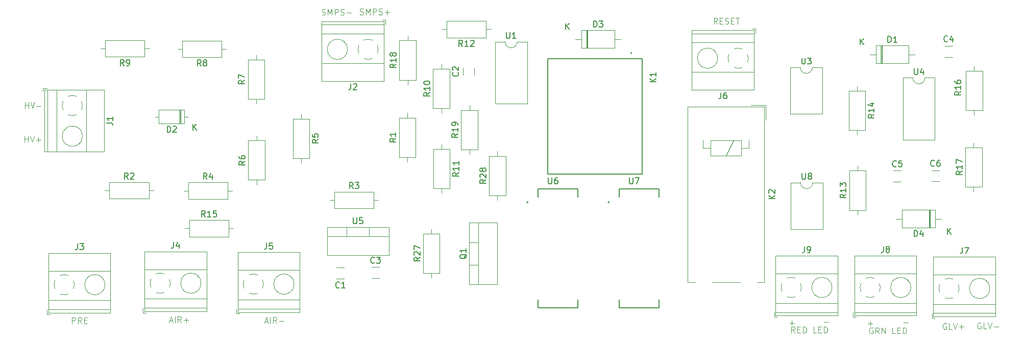
<source format=gbr>
%TF.GenerationSoftware,KiCad,Pcbnew,7.0.5*%
%TF.CreationDate,2023-12-24T17:16:59+05:30*%
%TF.ProjectId,TSALv3,5453414c-7633-42e6-9b69-6361645f7063,rev?*%
%TF.SameCoordinates,Original*%
%TF.FileFunction,Legend,Top*%
%TF.FilePolarity,Positive*%
%FSLAX46Y46*%
G04 Gerber Fmt 4.6, Leading zero omitted, Abs format (unit mm)*
G04 Created by KiCad (PCBNEW 7.0.5) date 2023-12-24 17:16:59*
%MOMM*%
%LPD*%
G01*
G04 APERTURE LIST*
%ADD10C,0.100000*%
%ADD11C,0.150000*%
%ADD12C,0.120000*%
%ADD13C,0.127000*%
%ADD14C,0.200000*%
G04 APERTURE END LIST*
D10*
X201370284Y-83438466D02*
X202132189Y-83438466D01*
X201751236Y-83819419D02*
X201751236Y-83057514D01*
X214365493Y-83400438D02*
X214270255Y-83352819D01*
X214270255Y-83352819D02*
X214127398Y-83352819D01*
X214127398Y-83352819D02*
X213984541Y-83400438D01*
X213984541Y-83400438D02*
X213889303Y-83495676D01*
X213889303Y-83495676D02*
X213841684Y-83590914D01*
X213841684Y-83590914D02*
X213794065Y-83781390D01*
X213794065Y-83781390D02*
X213794065Y-83924247D01*
X213794065Y-83924247D02*
X213841684Y-84114723D01*
X213841684Y-84114723D02*
X213889303Y-84209961D01*
X213889303Y-84209961D02*
X213984541Y-84305200D01*
X213984541Y-84305200D02*
X214127398Y-84352819D01*
X214127398Y-84352819D02*
X214222636Y-84352819D01*
X214222636Y-84352819D02*
X214365493Y-84305200D01*
X214365493Y-84305200D02*
X214413112Y-84257580D01*
X214413112Y-84257580D02*
X214413112Y-83924247D01*
X214413112Y-83924247D02*
X214222636Y-83924247D01*
X215317874Y-84352819D02*
X214841684Y-84352819D01*
X214841684Y-84352819D02*
X214841684Y-83352819D01*
X215508351Y-83352819D02*
X215841684Y-84352819D01*
X215841684Y-84352819D02*
X216175017Y-83352819D01*
X216508351Y-83971866D02*
X217270256Y-83971866D01*
X216889303Y-84352819D02*
X216889303Y-83590914D01*
X117147065Y-32133600D02*
X117289922Y-32181219D01*
X117289922Y-32181219D02*
X117528017Y-32181219D01*
X117528017Y-32181219D02*
X117623255Y-32133600D01*
X117623255Y-32133600D02*
X117670874Y-32085980D01*
X117670874Y-32085980D02*
X117718493Y-31990742D01*
X117718493Y-31990742D02*
X117718493Y-31895504D01*
X117718493Y-31895504D02*
X117670874Y-31800266D01*
X117670874Y-31800266D02*
X117623255Y-31752647D01*
X117623255Y-31752647D02*
X117528017Y-31705028D01*
X117528017Y-31705028D02*
X117337541Y-31657409D01*
X117337541Y-31657409D02*
X117242303Y-31609790D01*
X117242303Y-31609790D02*
X117194684Y-31562171D01*
X117194684Y-31562171D02*
X117147065Y-31466933D01*
X117147065Y-31466933D02*
X117147065Y-31371695D01*
X117147065Y-31371695D02*
X117194684Y-31276457D01*
X117194684Y-31276457D02*
X117242303Y-31228838D01*
X117242303Y-31228838D02*
X117337541Y-31181219D01*
X117337541Y-31181219D02*
X117575636Y-31181219D01*
X117575636Y-31181219D02*
X117718493Y-31228838D01*
X118147065Y-32181219D02*
X118147065Y-31181219D01*
X118147065Y-31181219D02*
X118480398Y-31895504D01*
X118480398Y-31895504D02*
X118813731Y-31181219D01*
X118813731Y-31181219D02*
X118813731Y-32181219D01*
X119289922Y-32181219D02*
X119289922Y-31181219D01*
X119289922Y-31181219D02*
X119670874Y-31181219D01*
X119670874Y-31181219D02*
X119766112Y-31228838D01*
X119766112Y-31228838D02*
X119813731Y-31276457D01*
X119813731Y-31276457D02*
X119861350Y-31371695D01*
X119861350Y-31371695D02*
X119861350Y-31514552D01*
X119861350Y-31514552D02*
X119813731Y-31609790D01*
X119813731Y-31609790D02*
X119766112Y-31657409D01*
X119766112Y-31657409D02*
X119670874Y-31705028D01*
X119670874Y-31705028D02*
X119289922Y-31705028D01*
X120242303Y-32133600D02*
X120385160Y-32181219D01*
X120385160Y-32181219D02*
X120623255Y-32181219D01*
X120623255Y-32181219D02*
X120718493Y-32133600D01*
X120718493Y-32133600D02*
X120766112Y-32085980D01*
X120766112Y-32085980D02*
X120813731Y-31990742D01*
X120813731Y-31990742D02*
X120813731Y-31895504D01*
X120813731Y-31895504D02*
X120766112Y-31800266D01*
X120766112Y-31800266D02*
X120718493Y-31752647D01*
X120718493Y-31752647D02*
X120623255Y-31705028D01*
X120623255Y-31705028D02*
X120432779Y-31657409D01*
X120432779Y-31657409D02*
X120337541Y-31609790D01*
X120337541Y-31609790D02*
X120289922Y-31562171D01*
X120289922Y-31562171D02*
X120242303Y-31466933D01*
X120242303Y-31466933D02*
X120242303Y-31371695D01*
X120242303Y-31371695D02*
X120289922Y-31276457D01*
X120289922Y-31276457D02*
X120337541Y-31228838D01*
X120337541Y-31228838D02*
X120432779Y-31181219D01*
X120432779Y-31181219D02*
X120670874Y-31181219D01*
X120670874Y-31181219D02*
X120813731Y-31228838D01*
X121242303Y-31800266D02*
X122004208Y-31800266D01*
X121623255Y-32181219D02*
X121623255Y-31419314D01*
X188390884Y-83336866D02*
X189152789Y-83336866D01*
X188771836Y-83717819D02*
X188771836Y-82955914D01*
X220105893Y-83349638D02*
X220010655Y-83302019D01*
X220010655Y-83302019D02*
X219867798Y-83302019D01*
X219867798Y-83302019D02*
X219724941Y-83349638D01*
X219724941Y-83349638D02*
X219629703Y-83444876D01*
X219629703Y-83444876D02*
X219582084Y-83540114D01*
X219582084Y-83540114D02*
X219534465Y-83730590D01*
X219534465Y-83730590D02*
X219534465Y-83873447D01*
X219534465Y-83873447D02*
X219582084Y-84063923D01*
X219582084Y-84063923D02*
X219629703Y-84159161D01*
X219629703Y-84159161D02*
X219724941Y-84254400D01*
X219724941Y-84254400D02*
X219867798Y-84302019D01*
X219867798Y-84302019D02*
X219963036Y-84302019D01*
X219963036Y-84302019D02*
X220105893Y-84254400D01*
X220105893Y-84254400D02*
X220153512Y-84206780D01*
X220153512Y-84206780D02*
X220153512Y-83873447D01*
X220153512Y-83873447D02*
X219963036Y-83873447D01*
X221058274Y-84302019D02*
X220582084Y-84302019D01*
X220582084Y-84302019D02*
X220582084Y-83302019D01*
X221248751Y-83302019D02*
X221582084Y-84302019D01*
X221582084Y-84302019D02*
X221915417Y-83302019D01*
X222248751Y-83921066D02*
X223010656Y-83921066D01*
X85549465Y-82974904D02*
X86025655Y-82974904D01*
X85454227Y-83260619D02*
X85787560Y-82260619D01*
X85787560Y-82260619D02*
X86120893Y-83260619D01*
X86454227Y-83260619D02*
X86454227Y-82260619D01*
X87501845Y-83260619D02*
X87168512Y-82784428D01*
X86930417Y-83260619D02*
X86930417Y-82260619D01*
X86930417Y-82260619D02*
X87311369Y-82260619D01*
X87311369Y-82260619D02*
X87406607Y-82308238D01*
X87406607Y-82308238D02*
X87454226Y-82355857D01*
X87454226Y-82355857D02*
X87501845Y-82451095D01*
X87501845Y-82451095D02*
X87501845Y-82593952D01*
X87501845Y-82593952D02*
X87454226Y-82689190D01*
X87454226Y-82689190D02*
X87406607Y-82736809D01*
X87406607Y-82736809D02*
X87311369Y-82784428D01*
X87311369Y-82784428D02*
X86930417Y-82784428D01*
X87930417Y-82879666D02*
X88692322Y-82879666D01*
X88311369Y-83260619D02*
X88311369Y-82498714D01*
X69391884Y-83413019D02*
X69391884Y-82413019D01*
X69391884Y-82413019D02*
X69772836Y-82413019D01*
X69772836Y-82413019D02*
X69868074Y-82460638D01*
X69868074Y-82460638D02*
X69915693Y-82508257D01*
X69915693Y-82508257D02*
X69963312Y-82603495D01*
X69963312Y-82603495D02*
X69963312Y-82746352D01*
X69963312Y-82746352D02*
X69915693Y-82841590D01*
X69915693Y-82841590D02*
X69868074Y-82889209D01*
X69868074Y-82889209D02*
X69772836Y-82936828D01*
X69772836Y-82936828D02*
X69391884Y-82936828D01*
X70963312Y-83413019D02*
X70629979Y-82936828D01*
X70391884Y-83413019D02*
X70391884Y-82413019D01*
X70391884Y-82413019D02*
X70772836Y-82413019D01*
X70772836Y-82413019D02*
X70868074Y-82460638D01*
X70868074Y-82460638D02*
X70915693Y-82508257D01*
X70915693Y-82508257D02*
X70963312Y-82603495D01*
X70963312Y-82603495D02*
X70963312Y-82746352D01*
X70963312Y-82746352D02*
X70915693Y-82841590D01*
X70915693Y-82841590D02*
X70868074Y-82889209D01*
X70868074Y-82889209D02*
X70772836Y-82936828D01*
X70772836Y-82936828D02*
X70391884Y-82936828D01*
X71391884Y-82889209D02*
X71725217Y-82889209D01*
X71868074Y-83413019D02*
X71391884Y-83413019D01*
X71391884Y-83413019D02*
X71391884Y-82413019D01*
X71391884Y-82413019D02*
X71868074Y-82413019D01*
X101348265Y-83076504D02*
X101824455Y-83076504D01*
X101253027Y-83362219D02*
X101586360Y-82362219D01*
X101586360Y-82362219D02*
X101919693Y-83362219D01*
X102253027Y-83362219D02*
X102253027Y-82362219D01*
X103300645Y-83362219D02*
X102967312Y-82886028D01*
X102729217Y-83362219D02*
X102729217Y-82362219D01*
X102729217Y-82362219D02*
X103110169Y-82362219D01*
X103110169Y-82362219D02*
X103205407Y-82409838D01*
X103205407Y-82409838D02*
X103253026Y-82457457D01*
X103253026Y-82457457D02*
X103300645Y-82552695D01*
X103300645Y-82552695D02*
X103300645Y-82695552D01*
X103300645Y-82695552D02*
X103253026Y-82790790D01*
X103253026Y-82790790D02*
X103205407Y-82838409D01*
X103205407Y-82838409D02*
X103110169Y-82886028D01*
X103110169Y-82886028D02*
X102729217Y-82886028D01*
X103729217Y-82981266D02*
X104491122Y-82981266D01*
X189267112Y-84937019D02*
X188933779Y-84460828D01*
X188695684Y-84937019D02*
X188695684Y-83937019D01*
X188695684Y-83937019D02*
X189076636Y-83937019D01*
X189076636Y-83937019D02*
X189171874Y-83984638D01*
X189171874Y-83984638D02*
X189219493Y-84032257D01*
X189219493Y-84032257D02*
X189267112Y-84127495D01*
X189267112Y-84127495D02*
X189267112Y-84270352D01*
X189267112Y-84270352D02*
X189219493Y-84365590D01*
X189219493Y-84365590D02*
X189171874Y-84413209D01*
X189171874Y-84413209D02*
X189076636Y-84460828D01*
X189076636Y-84460828D02*
X188695684Y-84460828D01*
X189695684Y-84413209D02*
X190029017Y-84413209D01*
X190171874Y-84937019D02*
X189695684Y-84937019D01*
X189695684Y-84937019D02*
X189695684Y-83937019D01*
X189695684Y-83937019D02*
X190171874Y-83937019D01*
X190600446Y-84937019D02*
X190600446Y-83937019D01*
X190600446Y-83937019D02*
X190838541Y-83937019D01*
X190838541Y-83937019D02*
X190981398Y-83984638D01*
X190981398Y-83984638D02*
X191076636Y-84079876D01*
X191076636Y-84079876D02*
X191124255Y-84175114D01*
X191124255Y-84175114D02*
X191171874Y-84365590D01*
X191171874Y-84365590D02*
X191171874Y-84508447D01*
X191171874Y-84508447D02*
X191124255Y-84698923D01*
X191124255Y-84698923D02*
X191076636Y-84794161D01*
X191076636Y-84794161D02*
X190981398Y-84889400D01*
X190981398Y-84889400D02*
X190838541Y-84937019D01*
X190838541Y-84937019D02*
X190600446Y-84937019D01*
X192838541Y-84937019D02*
X192362351Y-84937019D01*
X192362351Y-84937019D02*
X192362351Y-83937019D01*
X193171875Y-84413209D02*
X193505208Y-84413209D01*
X193648065Y-84937019D02*
X193171875Y-84937019D01*
X193171875Y-84937019D02*
X193171875Y-83937019D01*
X193171875Y-83937019D02*
X193648065Y-83937019D01*
X194076637Y-84937019D02*
X194076637Y-83937019D01*
X194076637Y-83937019D02*
X194314732Y-83937019D01*
X194314732Y-83937019D02*
X194457589Y-83984638D01*
X194457589Y-83984638D02*
X194552827Y-84079876D01*
X194552827Y-84079876D02*
X194600446Y-84175114D01*
X194600446Y-84175114D02*
X194648065Y-84365590D01*
X194648065Y-84365590D02*
X194648065Y-84508447D01*
X194648065Y-84508447D02*
X194600446Y-84698923D01*
X194600446Y-84698923D02*
X194552827Y-84794161D01*
X194552827Y-84794161D02*
X194457589Y-84889400D01*
X194457589Y-84889400D02*
X194314732Y-84937019D01*
X194314732Y-84937019D02*
X194076637Y-84937019D01*
X202173493Y-84137038D02*
X202078255Y-84089419D01*
X202078255Y-84089419D02*
X201935398Y-84089419D01*
X201935398Y-84089419D02*
X201792541Y-84137038D01*
X201792541Y-84137038D02*
X201697303Y-84232276D01*
X201697303Y-84232276D02*
X201649684Y-84327514D01*
X201649684Y-84327514D02*
X201602065Y-84517990D01*
X201602065Y-84517990D02*
X201602065Y-84660847D01*
X201602065Y-84660847D02*
X201649684Y-84851323D01*
X201649684Y-84851323D02*
X201697303Y-84946561D01*
X201697303Y-84946561D02*
X201792541Y-85041800D01*
X201792541Y-85041800D02*
X201935398Y-85089419D01*
X201935398Y-85089419D02*
X202030636Y-85089419D01*
X202030636Y-85089419D02*
X202173493Y-85041800D01*
X202173493Y-85041800D02*
X202221112Y-84994180D01*
X202221112Y-84994180D02*
X202221112Y-84660847D01*
X202221112Y-84660847D02*
X202030636Y-84660847D01*
X203221112Y-85089419D02*
X202887779Y-84613228D01*
X202649684Y-85089419D02*
X202649684Y-84089419D01*
X202649684Y-84089419D02*
X203030636Y-84089419D01*
X203030636Y-84089419D02*
X203125874Y-84137038D01*
X203125874Y-84137038D02*
X203173493Y-84184657D01*
X203173493Y-84184657D02*
X203221112Y-84279895D01*
X203221112Y-84279895D02*
X203221112Y-84422752D01*
X203221112Y-84422752D02*
X203173493Y-84517990D01*
X203173493Y-84517990D02*
X203125874Y-84565609D01*
X203125874Y-84565609D02*
X203030636Y-84613228D01*
X203030636Y-84613228D02*
X202649684Y-84613228D01*
X203649684Y-85089419D02*
X203649684Y-84089419D01*
X203649684Y-84089419D02*
X204221112Y-85089419D01*
X204221112Y-85089419D02*
X204221112Y-84089419D01*
X205935398Y-85089419D02*
X205459208Y-85089419D01*
X205459208Y-85089419D02*
X205459208Y-84089419D01*
X206268732Y-84565609D02*
X206602065Y-84565609D01*
X206744922Y-85089419D02*
X206268732Y-85089419D01*
X206268732Y-85089419D02*
X206268732Y-84089419D01*
X206268732Y-84089419D02*
X206744922Y-84089419D01*
X207173494Y-85089419D02*
X207173494Y-84089419D01*
X207173494Y-84089419D02*
X207411589Y-84089419D01*
X207411589Y-84089419D02*
X207554446Y-84137038D01*
X207554446Y-84137038D02*
X207649684Y-84232276D01*
X207649684Y-84232276D02*
X207697303Y-84327514D01*
X207697303Y-84327514D02*
X207744922Y-84517990D01*
X207744922Y-84517990D02*
X207744922Y-84660847D01*
X207744922Y-84660847D02*
X207697303Y-84851323D01*
X207697303Y-84851323D02*
X207649684Y-84946561D01*
X207649684Y-84946561D02*
X207554446Y-85041800D01*
X207554446Y-85041800D02*
X207411589Y-85089419D01*
X207411589Y-85089419D02*
X207173494Y-85089419D01*
X110822465Y-32209800D02*
X110965322Y-32257419D01*
X110965322Y-32257419D02*
X111203417Y-32257419D01*
X111203417Y-32257419D02*
X111298655Y-32209800D01*
X111298655Y-32209800D02*
X111346274Y-32162180D01*
X111346274Y-32162180D02*
X111393893Y-32066942D01*
X111393893Y-32066942D02*
X111393893Y-31971704D01*
X111393893Y-31971704D02*
X111346274Y-31876466D01*
X111346274Y-31876466D02*
X111298655Y-31828847D01*
X111298655Y-31828847D02*
X111203417Y-31781228D01*
X111203417Y-31781228D02*
X111012941Y-31733609D01*
X111012941Y-31733609D02*
X110917703Y-31685990D01*
X110917703Y-31685990D02*
X110870084Y-31638371D01*
X110870084Y-31638371D02*
X110822465Y-31543133D01*
X110822465Y-31543133D02*
X110822465Y-31447895D01*
X110822465Y-31447895D02*
X110870084Y-31352657D01*
X110870084Y-31352657D02*
X110917703Y-31305038D01*
X110917703Y-31305038D02*
X111012941Y-31257419D01*
X111012941Y-31257419D02*
X111251036Y-31257419D01*
X111251036Y-31257419D02*
X111393893Y-31305038D01*
X111822465Y-32257419D02*
X111822465Y-31257419D01*
X111822465Y-31257419D02*
X112155798Y-31971704D01*
X112155798Y-31971704D02*
X112489131Y-31257419D01*
X112489131Y-31257419D02*
X112489131Y-32257419D01*
X112965322Y-32257419D02*
X112965322Y-31257419D01*
X112965322Y-31257419D02*
X113346274Y-31257419D01*
X113346274Y-31257419D02*
X113441512Y-31305038D01*
X113441512Y-31305038D02*
X113489131Y-31352657D01*
X113489131Y-31352657D02*
X113536750Y-31447895D01*
X113536750Y-31447895D02*
X113536750Y-31590752D01*
X113536750Y-31590752D02*
X113489131Y-31685990D01*
X113489131Y-31685990D02*
X113441512Y-31733609D01*
X113441512Y-31733609D02*
X113346274Y-31781228D01*
X113346274Y-31781228D02*
X112965322Y-31781228D01*
X113917703Y-32209800D02*
X114060560Y-32257419D01*
X114060560Y-32257419D02*
X114298655Y-32257419D01*
X114298655Y-32257419D02*
X114393893Y-32209800D01*
X114393893Y-32209800D02*
X114441512Y-32162180D01*
X114441512Y-32162180D02*
X114489131Y-32066942D01*
X114489131Y-32066942D02*
X114489131Y-31971704D01*
X114489131Y-31971704D02*
X114441512Y-31876466D01*
X114441512Y-31876466D02*
X114393893Y-31828847D01*
X114393893Y-31828847D02*
X114298655Y-31781228D01*
X114298655Y-31781228D02*
X114108179Y-31733609D01*
X114108179Y-31733609D02*
X114012941Y-31685990D01*
X114012941Y-31685990D02*
X113965322Y-31638371D01*
X113965322Y-31638371D02*
X113917703Y-31543133D01*
X113917703Y-31543133D02*
X113917703Y-31447895D01*
X113917703Y-31447895D02*
X113965322Y-31352657D01*
X113965322Y-31352657D02*
X114012941Y-31305038D01*
X114012941Y-31305038D02*
X114108179Y-31257419D01*
X114108179Y-31257419D02*
X114346274Y-31257419D01*
X114346274Y-31257419D02*
X114489131Y-31305038D01*
X114917703Y-31876466D02*
X115679608Y-31876466D01*
X207313884Y-83311466D02*
X208075789Y-83311466D01*
X176414712Y-33730619D02*
X176081379Y-33254428D01*
X175843284Y-33730619D02*
X175843284Y-32730619D01*
X175843284Y-32730619D02*
X176224236Y-32730619D01*
X176224236Y-32730619D02*
X176319474Y-32778238D01*
X176319474Y-32778238D02*
X176367093Y-32825857D01*
X176367093Y-32825857D02*
X176414712Y-32921095D01*
X176414712Y-32921095D02*
X176414712Y-33063952D01*
X176414712Y-33063952D02*
X176367093Y-33159190D01*
X176367093Y-33159190D02*
X176319474Y-33206809D01*
X176319474Y-33206809D02*
X176224236Y-33254428D01*
X176224236Y-33254428D02*
X175843284Y-33254428D01*
X176843284Y-33206809D02*
X177176617Y-33206809D01*
X177319474Y-33730619D02*
X176843284Y-33730619D01*
X176843284Y-33730619D02*
X176843284Y-32730619D01*
X176843284Y-32730619D02*
X177319474Y-32730619D01*
X177700427Y-33683000D02*
X177843284Y-33730619D01*
X177843284Y-33730619D02*
X178081379Y-33730619D01*
X178081379Y-33730619D02*
X178176617Y-33683000D01*
X178176617Y-33683000D02*
X178224236Y-33635380D01*
X178224236Y-33635380D02*
X178271855Y-33540142D01*
X178271855Y-33540142D02*
X178271855Y-33444904D01*
X178271855Y-33444904D02*
X178224236Y-33349666D01*
X178224236Y-33349666D02*
X178176617Y-33302047D01*
X178176617Y-33302047D02*
X178081379Y-33254428D01*
X178081379Y-33254428D02*
X177890903Y-33206809D01*
X177890903Y-33206809D02*
X177795665Y-33159190D01*
X177795665Y-33159190D02*
X177748046Y-33111571D01*
X177748046Y-33111571D02*
X177700427Y-33016333D01*
X177700427Y-33016333D02*
X177700427Y-32921095D01*
X177700427Y-32921095D02*
X177748046Y-32825857D01*
X177748046Y-32825857D02*
X177795665Y-32778238D01*
X177795665Y-32778238D02*
X177890903Y-32730619D01*
X177890903Y-32730619D02*
X178128998Y-32730619D01*
X178128998Y-32730619D02*
X178271855Y-32778238D01*
X178700427Y-33206809D02*
X179033760Y-33206809D01*
X179176617Y-33730619D02*
X178700427Y-33730619D01*
X178700427Y-33730619D02*
X178700427Y-32730619D01*
X178700427Y-32730619D02*
X179176617Y-32730619D01*
X179462332Y-32730619D02*
X180033760Y-32730619D01*
X179748046Y-33730619D02*
X179748046Y-32730619D01*
X194080484Y-83184466D02*
X194842389Y-83184466D01*
X61517884Y-53339419D02*
X61517884Y-52339419D01*
X61517884Y-52815609D02*
X62089312Y-52815609D01*
X62089312Y-53339419D02*
X62089312Y-52339419D01*
X62422646Y-52339419D02*
X62755979Y-53339419D01*
X62755979Y-53339419D02*
X63089312Y-52339419D01*
X63422646Y-52958466D02*
X64184551Y-52958466D01*
X63803598Y-53339419D02*
X63803598Y-52577514D01*
X61568684Y-47726019D02*
X61568684Y-46726019D01*
X61568684Y-47202209D02*
X62140112Y-47202209D01*
X62140112Y-47726019D02*
X62140112Y-46726019D01*
X62473446Y-46726019D02*
X62806779Y-47726019D01*
X62806779Y-47726019D02*
X63140112Y-46726019D01*
X63473446Y-47345066D02*
X64235351Y-47345066D01*
D11*
%TO.C,R4*%
X91755933Y-59476619D02*
X91422600Y-59000428D01*
X91184505Y-59476619D02*
X91184505Y-58476619D01*
X91184505Y-58476619D02*
X91565457Y-58476619D01*
X91565457Y-58476619D02*
X91660695Y-58524238D01*
X91660695Y-58524238D02*
X91708314Y-58571857D01*
X91708314Y-58571857D02*
X91755933Y-58667095D01*
X91755933Y-58667095D02*
X91755933Y-58809952D01*
X91755933Y-58809952D02*
X91708314Y-58905190D01*
X91708314Y-58905190D02*
X91660695Y-58952809D01*
X91660695Y-58952809D02*
X91565457Y-59000428D01*
X91565457Y-59000428D02*
X91184505Y-59000428D01*
X92613076Y-58809952D02*
X92613076Y-59476619D01*
X92374981Y-58429000D02*
X92136886Y-59143285D01*
X92136886Y-59143285D02*
X92755933Y-59143285D01*
%TO.C,R8*%
X90765333Y-40696219D02*
X90432000Y-40220028D01*
X90193905Y-40696219D02*
X90193905Y-39696219D01*
X90193905Y-39696219D02*
X90574857Y-39696219D01*
X90574857Y-39696219D02*
X90670095Y-39743838D01*
X90670095Y-39743838D02*
X90717714Y-39791457D01*
X90717714Y-39791457D02*
X90765333Y-39886695D01*
X90765333Y-39886695D02*
X90765333Y-40029552D01*
X90765333Y-40029552D02*
X90717714Y-40124790D01*
X90717714Y-40124790D02*
X90670095Y-40172409D01*
X90670095Y-40172409D02*
X90574857Y-40220028D01*
X90574857Y-40220028D02*
X90193905Y-40220028D01*
X91336762Y-40124790D02*
X91241524Y-40077171D01*
X91241524Y-40077171D02*
X91193905Y-40029552D01*
X91193905Y-40029552D02*
X91146286Y-39934314D01*
X91146286Y-39934314D02*
X91146286Y-39886695D01*
X91146286Y-39886695D02*
X91193905Y-39791457D01*
X91193905Y-39791457D02*
X91241524Y-39743838D01*
X91241524Y-39743838D02*
X91336762Y-39696219D01*
X91336762Y-39696219D02*
X91527238Y-39696219D01*
X91527238Y-39696219D02*
X91622476Y-39743838D01*
X91622476Y-39743838D02*
X91670095Y-39791457D01*
X91670095Y-39791457D02*
X91717714Y-39886695D01*
X91717714Y-39886695D02*
X91717714Y-39934314D01*
X91717714Y-39934314D02*
X91670095Y-40029552D01*
X91670095Y-40029552D02*
X91622476Y-40077171D01*
X91622476Y-40077171D02*
X91527238Y-40124790D01*
X91527238Y-40124790D02*
X91336762Y-40124790D01*
X91336762Y-40124790D02*
X91241524Y-40172409D01*
X91241524Y-40172409D02*
X91193905Y-40220028D01*
X91193905Y-40220028D02*
X91146286Y-40315266D01*
X91146286Y-40315266D02*
X91146286Y-40505742D01*
X91146286Y-40505742D02*
X91193905Y-40600980D01*
X91193905Y-40600980D02*
X91241524Y-40648600D01*
X91241524Y-40648600D02*
X91336762Y-40696219D01*
X91336762Y-40696219D02*
X91527238Y-40696219D01*
X91527238Y-40696219D02*
X91622476Y-40648600D01*
X91622476Y-40648600D02*
X91670095Y-40600980D01*
X91670095Y-40600980D02*
X91717714Y-40505742D01*
X91717714Y-40505742D02*
X91717714Y-40315266D01*
X91717714Y-40315266D02*
X91670095Y-40220028D01*
X91670095Y-40220028D02*
X91622476Y-40172409D01*
X91622476Y-40172409D02*
X91527238Y-40124790D01*
%TO.C,R1*%
X123078219Y-52719266D02*
X122602028Y-53052599D01*
X123078219Y-53290694D02*
X122078219Y-53290694D01*
X122078219Y-53290694D02*
X122078219Y-52909742D01*
X122078219Y-52909742D02*
X122125838Y-52814504D01*
X122125838Y-52814504D02*
X122173457Y-52766885D01*
X122173457Y-52766885D02*
X122268695Y-52719266D01*
X122268695Y-52719266D02*
X122411552Y-52719266D01*
X122411552Y-52719266D02*
X122506790Y-52766885D01*
X122506790Y-52766885D02*
X122554409Y-52814504D01*
X122554409Y-52814504D02*
X122602028Y-52909742D01*
X122602028Y-52909742D02*
X122602028Y-53290694D01*
X123078219Y-51766885D02*
X123078219Y-52338313D01*
X123078219Y-52052599D02*
X122078219Y-52052599D01*
X122078219Y-52052599D02*
X122221076Y-52147837D01*
X122221076Y-52147837D02*
X122316314Y-52243075D01*
X122316314Y-52243075D02*
X122363933Y-52338313D01*
%TO.C,J6*%
X176989066Y-45135419D02*
X176989066Y-45849704D01*
X176989066Y-45849704D02*
X176941447Y-45992561D01*
X176941447Y-45992561D02*
X176846209Y-46087800D01*
X176846209Y-46087800D02*
X176703352Y-46135419D01*
X176703352Y-46135419D02*
X176608114Y-46135419D01*
X177893828Y-45135419D02*
X177703352Y-45135419D01*
X177703352Y-45135419D02*
X177608114Y-45183038D01*
X177608114Y-45183038D02*
X177560495Y-45230657D01*
X177560495Y-45230657D02*
X177465257Y-45373514D01*
X177465257Y-45373514D02*
X177417638Y-45563990D01*
X177417638Y-45563990D02*
X177417638Y-45944942D01*
X177417638Y-45944942D02*
X177465257Y-46040180D01*
X177465257Y-46040180D02*
X177512876Y-46087800D01*
X177512876Y-46087800D02*
X177608114Y-46135419D01*
X177608114Y-46135419D02*
X177798590Y-46135419D01*
X177798590Y-46135419D02*
X177893828Y-46087800D01*
X177893828Y-46087800D02*
X177941447Y-46040180D01*
X177941447Y-46040180D02*
X177989066Y-45944942D01*
X177989066Y-45944942D02*
X177989066Y-45706847D01*
X177989066Y-45706847D02*
X177941447Y-45611609D01*
X177941447Y-45611609D02*
X177893828Y-45563990D01*
X177893828Y-45563990D02*
X177798590Y-45516371D01*
X177798590Y-45516371D02*
X177608114Y-45516371D01*
X177608114Y-45516371D02*
X177512876Y-45563990D01*
X177512876Y-45563990D02*
X177465257Y-45611609D01*
X177465257Y-45611609D02*
X177417638Y-45706847D01*
%TO.C,U5*%
X116027295Y-65873019D02*
X116027295Y-66682542D01*
X116027295Y-66682542D02*
X116074914Y-66777780D01*
X116074914Y-66777780D02*
X116122533Y-66825400D01*
X116122533Y-66825400D02*
X116217771Y-66873019D01*
X116217771Y-66873019D02*
X116408247Y-66873019D01*
X116408247Y-66873019D02*
X116503485Y-66825400D01*
X116503485Y-66825400D02*
X116551104Y-66777780D01*
X116551104Y-66777780D02*
X116598723Y-66682542D01*
X116598723Y-66682542D02*
X116598723Y-65873019D01*
X117551104Y-65873019D02*
X117074914Y-65873019D01*
X117074914Y-65873019D02*
X117027295Y-66349209D01*
X117027295Y-66349209D02*
X117074914Y-66301590D01*
X117074914Y-66301590D02*
X117170152Y-66253971D01*
X117170152Y-66253971D02*
X117408247Y-66253971D01*
X117408247Y-66253971D02*
X117503485Y-66301590D01*
X117503485Y-66301590D02*
X117551104Y-66349209D01*
X117551104Y-66349209D02*
X117598723Y-66444447D01*
X117598723Y-66444447D02*
X117598723Y-66682542D01*
X117598723Y-66682542D02*
X117551104Y-66777780D01*
X117551104Y-66777780D02*
X117503485Y-66825400D01*
X117503485Y-66825400D02*
X117408247Y-66873019D01*
X117408247Y-66873019D02*
X117170152Y-66873019D01*
X117170152Y-66873019D02*
X117074914Y-66825400D01*
X117074914Y-66825400D02*
X117027295Y-66777780D01*
%TO.C,U7*%
X161836695Y-59262019D02*
X161836695Y-60071542D01*
X161836695Y-60071542D02*
X161884314Y-60166780D01*
X161884314Y-60166780D02*
X161931933Y-60214400D01*
X161931933Y-60214400D02*
X162027171Y-60262019D01*
X162027171Y-60262019D02*
X162217647Y-60262019D01*
X162217647Y-60262019D02*
X162312885Y-60214400D01*
X162312885Y-60214400D02*
X162360504Y-60166780D01*
X162360504Y-60166780D02*
X162408123Y-60071542D01*
X162408123Y-60071542D02*
X162408123Y-59262019D01*
X162789076Y-59262019D02*
X163455742Y-59262019D01*
X163455742Y-59262019D02*
X163027171Y-60262019D01*
%TO.C,R16*%
X216786619Y-44940457D02*
X216310428Y-45273790D01*
X216786619Y-45511885D02*
X215786619Y-45511885D01*
X215786619Y-45511885D02*
X215786619Y-45130933D01*
X215786619Y-45130933D02*
X215834238Y-45035695D01*
X215834238Y-45035695D02*
X215881857Y-44988076D01*
X215881857Y-44988076D02*
X215977095Y-44940457D01*
X215977095Y-44940457D02*
X216119952Y-44940457D01*
X216119952Y-44940457D02*
X216215190Y-44988076D01*
X216215190Y-44988076D02*
X216262809Y-45035695D01*
X216262809Y-45035695D02*
X216310428Y-45130933D01*
X216310428Y-45130933D02*
X216310428Y-45511885D01*
X216786619Y-43988076D02*
X216786619Y-44559504D01*
X216786619Y-44273790D02*
X215786619Y-44273790D01*
X215786619Y-44273790D02*
X215929476Y-44369028D01*
X215929476Y-44369028D02*
X216024714Y-44464266D01*
X216024714Y-44464266D02*
X216072333Y-44559504D01*
X215786619Y-43130933D02*
X215786619Y-43321409D01*
X215786619Y-43321409D02*
X215834238Y-43416647D01*
X215834238Y-43416647D02*
X215881857Y-43464266D01*
X215881857Y-43464266D02*
X216024714Y-43559504D01*
X216024714Y-43559504D02*
X216215190Y-43607123D01*
X216215190Y-43607123D02*
X216596142Y-43607123D01*
X216596142Y-43607123D02*
X216691380Y-43559504D01*
X216691380Y-43559504D02*
X216739000Y-43511885D01*
X216739000Y-43511885D02*
X216786619Y-43416647D01*
X216786619Y-43416647D02*
X216786619Y-43226171D01*
X216786619Y-43226171D02*
X216739000Y-43130933D01*
X216739000Y-43130933D02*
X216691380Y-43083314D01*
X216691380Y-43083314D02*
X216596142Y-43035695D01*
X216596142Y-43035695D02*
X216358047Y-43035695D01*
X216358047Y-43035695D02*
X216262809Y-43083314D01*
X216262809Y-43083314D02*
X216215190Y-43130933D01*
X216215190Y-43130933D02*
X216167571Y-43226171D01*
X216167571Y-43226171D02*
X216167571Y-43416647D01*
X216167571Y-43416647D02*
X216215190Y-43511885D01*
X216215190Y-43511885D02*
X216262809Y-43559504D01*
X216262809Y-43559504D02*
X216358047Y-43607123D01*
%TO.C,U6*%
X148383995Y-59262019D02*
X148383995Y-60071542D01*
X148383995Y-60071542D02*
X148431614Y-60166780D01*
X148431614Y-60166780D02*
X148479233Y-60214400D01*
X148479233Y-60214400D02*
X148574471Y-60262019D01*
X148574471Y-60262019D02*
X148764947Y-60262019D01*
X148764947Y-60262019D02*
X148860185Y-60214400D01*
X148860185Y-60214400D02*
X148907804Y-60166780D01*
X148907804Y-60166780D02*
X148955423Y-60071542D01*
X148955423Y-60071542D02*
X148955423Y-59262019D01*
X149860185Y-59262019D02*
X149669709Y-59262019D01*
X149669709Y-59262019D02*
X149574471Y-59309638D01*
X149574471Y-59309638D02*
X149526852Y-59357257D01*
X149526852Y-59357257D02*
X149431614Y-59500114D01*
X149431614Y-59500114D02*
X149383995Y-59690590D01*
X149383995Y-59690590D02*
X149383995Y-60071542D01*
X149383995Y-60071542D02*
X149431614Y-60166780D01*
X149431614Y-60166780D02*
X149479233Y-60214400D01*
X149479233Y-60214400D02*
X149574471Y-60262019D01*
X149574471Y-60262019D02*
X149764947Y-60262019D01*
X149764947Y-60262019D02*
X149860185Y-60214400D01*
X149860185Y-60214400D02*
X149907804Y-60166780D01*
X149907804Y-60166780D02*
X149955423Y-60071542D01*
X149955423Y-60071542D02*
X149955423Y-59833447D01*
X149955423Y-59833447D02*
X149907804Y-59738209D01*
X149907804Y-59738209D02*
X149860185Y-59690590D01*
X149860185Y-59690590D02*
X149764947Y-59642971D01*
X149764947Y-59642971D02*
X149574471Y-59642971D01*
X149574471Y-59642971D02*
X149479233Y-59690590D01*
X149479233Y-59690590D02*
X149431614Y-59738209D01*
X149431614Y-59738209D02*
X149383995Y-59833447D01*
%TO.C,R3*%
X115987533Y-61026019D02*
X115654200Y-60549828D01*
X115416105Y-61026019D02*
X115416105Y-60026019D01*
X115416105Y-60026019D02*
X115797057Y-60026019D01*
X115797057Y-60026019D02*
X115892295Y-60073638D01*
X115892295Y-60073638D02*
X115939914Y-60121257D01*
X115939914Y-60121257D02*
X115987533Y-60216495D01*
X115987533Y-60216495D02*
X115987533Y-60359352D01*
X115987533Y-60359352D02*
X115939914Y-60454590D01*
X115939914Y-60454590D02*
X115892295Y-60502209D01*
X115892295Y-60502209D02*
X115797057Y-60549828D01*
X115797057Y-60549828D02*
X115416105Y-60549828D01*
X116320867Y-60026019D02*
X116939914Y-60026019D01*
X116939914Y-60026019D02*
X116606581Y-60406971D01*
X116606581Y-60406971D02*
X116749438Y-60406971D01*
X116749438Y-60406971D02*
X116844676Y-60454590D01*
X116844676Y-60454590D02*
X116892295Y-60502209D01*
X116892295Y-60502209D02*
X116939914Y-60597447D01*
X116939914Y-60597447D02*
X116939914Y-60835542D01*
X116939914Y-60835542D02*
X116892295Y-60930780D01*
X116892295Y-60930780D02*
X116844676Y-60978400D01*
X116844676Y-60978400D02*
X116749438Y-61026019D01*
X116749438Y-61026019D02*
X116463724Y-61026019D01*
X116463724Y-61026019D02*
X116368486Y-60978400D01*
X116368486Y-60978400D02*
X116320867Y-60930780D01*
%TO.C,R2*%
X78674933Y-59451219D02*
X78341600Y-58975028D01*
X78103505Y-59451219D02*
X78103505Y-58451219D01*
X78103505Y-58451219D02*
X78484457Y-58451219D01*
X78484457Y-58451219D02*
X78579695Y-58498838D01*
X78579695Y-58498838D02*
X78627314Y-58546457D01*
X78627314Y-58546457D02*
X78674933Y-58641695D01*
X78674933Y-58641695D02*
X78674933Y-58784552D01*
X78674933Y-58784552D02*
X78627314Y-58879790D01*
X78627314Y-58879790D02*
X78579695Y-58927409D01*
X78579695Y-58927409D02*
X78484457Y-58975028D01*
X78484457Y-58975028D02*
X78103505Y-58975028D01*
X79055886Y-58546457D02*
X79103505Y-58498838D01*
X79103505Y-58498838D02*
X79198743Y-58451219D01*
X79198743Y-58451219D02*
X79436838Y-58451219D01*
X79436838Y-58451219D02*
X79532076Y-58498838D01*
X79532076Y-58498838D02*
X79579695Y-58546457D01*
X79579695Y-58546457D02*
X79627314Y-58641695D01*
X79627314Y-58641695D02*
X79627314Y-58736933D01*
X79627314Y-58736933D02*
X79579695Y-58879790D01*
X79579695Y-58879790D02*
X79008267Y-59451219D01*
X79008267Y-59451219D02*
X79627314Y-59451219D01*
%TO.C,R10*%
X128717019Y-45118257D02*
X128240828Y-45451590D01*
X128717019Y-45689685D02*
X127717019Y-45689685D01*
X127717019Y-45689685D02*
X127717019Y-45308733D01*
X127717019Y-45308733D02*
X127764638Y-45213495D01*
X127764638Y-45213495D02*
X127812257Y-45165876D01*
X127812257Y-45165876D02*
X127907495Y-45118257D01*
X127907495Y-45118257D02*
X128050352Y-45118257D01*
X128050352Y-45118257D02*
X128145590Y-45165876D01*
X128145590Y-45165876D02*
X128193209Y-45213495D01*
X128193209Y-45213495D02*
X128240828Y-45308733D01*
X128240828Y-45308733D02*
X128240828Y-45689685D01*
X128717019Y-44165876D02*
X128717019Y-44737304D01*
X128717019Y-44451590D02*
X127717019Y-44451590D01*
X127717019Y-44451590D02*
X127859876Y-44546828D01*
X127859876Y-44546828D02*
X127955114Y-44642066D01*
X127955114Y-44642066D02*
X128002733Y-44737304D01*
X127717019Y-43546828D02*
X127717019Y-43451590D01*
X127717019Y-43451590D02*
X127764638Y-43356352D01*
X127764638Y-43356352D02*
X127812257Y-43308733D01*
X127812257Y-43308733D02*
X127907495Y-43261114D01*
X127907495Y-43261114D02*
X128097971Y-43213495D01*
X128097971Y-43213495D02*
X128336066Y-43213495D01*
X128336066Y-43213495D02*
X128526542Y-43261114D01*
X128526542Y-43261114D02*
X128621780Y-43308733D01*
X128621780Y-43308733D02*
X128669400Y-43356352D01*
X128669400Y-43356352D02*
X128717019Y-43451590D01*
X128717019Y-43451590D02*
X128717019Y-43546828D01*
X128717019Y-43546828D02*
X128669400Y-43642066D01*
X128669400Y-43642066D02*
X128621780Y-43689685D01*
X128621780Y-43689685D02*
X128526542Y-43737304D01*
X128526542Y-43737304D02*
X128336066Y-43784923D01*
X128336066Y-43784923D02*
X128097971Y-43784923D01*
X128097971Y-43784923D02*
X127907495Y-43737304D01*
X127907495Y-43737304D02*
X127812257Y-43689685D01*
X127812257Y-43689685D02*
X127764638Y-43642066D01*
X127764638Y-43642066D02*
X127717019Y-43546828D01*
%TO.C,C2*%
X133379380Y-41771866D02*
X133427000Y-41819485D01*
X133427000Y-41819485D02*
X133474619Y-41962342D01*
X133474619Y-41962342D02*
X133474619Y-42057580D01*
X133474619Y-42057580D02*
X133427000Y-42200437D01*
X133427000Y-42200437D02*
X133331761Y-42295675D01*
X133331761Y-42295675D02*
X133236523Y-42343294D01*
X133236523Y-42343294D02*
X133046047Y-42390913D01*
X133046047Y-42390913D02*
X132903190Y-42390913D01*
X132903190Y-42390913D02*
X132712714Y-42343294D01*
X132712714Y-42343294D02*
X132617476Y-42295675D01*
X132617476Y-42295675D02*
X132522238Y-42200437D01*
X132522238Y-42200437D02*
X132474619Y-42057580D01*
X132474619Y-42057580D02*
X132474619Y-41962342D01*
X132474619Y-41962342D02*
X132522238Y-41819485D01*
X132522238Y-41819485D02*
X132569857Y-41771866D01*
X132569857Y-41390913D02*
X132522238Y-41343294D01*
X132522238Y-41343294D02*
X132474619Y-41248056D01*
X132474619Y-41248056D02*
X132474619Y-41009961D01*
X132474619Y-41009961D02*
X132522238Y-40914723D01*
X132522238Y-40914723D02*
X132569857Y-40867104D01*
X132569857Y-40867104D02*
X132665095Y-40819485D01*
X132665095Y-40819485D02*
X132760333Y-40819485D01*
X132760333Y-40819485D02*
X132903190Y-40867104D01*
X132903190Y-40867104D02*
X133474619Y-41438532D01*
X133474619Y-41438532D02*
X133474619Y-40819485D01*
%TO.C,Q1*%
X134816857Y-71926438D02*
X134769238Y-72021676D01*
X134769238Y-72021676D02*
X134674000Y-72116914D01*
X134674000Y-72116914D02*
X134531142Y-72259771D01*
X134531142Y-72259771D02*
X134483523Y-72355009D01*
X134483523Y-72355009D02*
X134483523Y-72450247D01*
X134721619Y-72402628D02*
X134674000Y-72497866D01*
X134674000Y-72497866D02*
X134578761Y-72593104D01*
X134578761Y-72593104D02*
X134388285Y-72640723D01*
X134388285Y-72640723D02*
X134054952Y-72640723D01*
X134054952Y-72640723D02*
X133864476Y-72593104D01*
X133864476Y-72593104D02*
X133769238Y-72497866D01*
X133769238Y-72497866D02*
X133721619Y-72402628D01*
X133721619Y-72402628D02*
X133721619Y-72212152D01*
X133721619Y-72212152D02*
X133769238Y-72116914D01*
X133769238Y-72116914D02*
X133864476Y-72021676D01*
X133864476Y-72021676D02*
X134054952Y-71974057D01*
X134054952Y-71974057D02*
X134388285Y-71974057D01*
X134388285Y-71974057D02*
X134578761Y-72021676D01*
X134578761Y-72021676D02*
X134674000Y-72116914D01*
X134674000Y-72116914D02*
X134721619Y-72212152D01*
X134721619Y-72212152D02*
X134721619Y-72402628D01*
X134721619Y-71021676D02*
X134721619Y-71593104D01*
X134721619Y-71307390D02*
X133721619Y-71307390D01*
X133721619Y-71307390D02*
X133864476Y-71402628D01*
X133864476Y-71402628D02*
X133959714Y-71497866D01*
X133959714Y-71497866D02*
X134007333Y-71593104D01*
%TO.C,R28*%
X138013419Y-59545457D02*
X137537228Y-59878790D01*
X138013419Y-60116885D02*
X137013419Y-60116885D01*
X137013419Y-60116885D02*
X137013419Y-59735933D01*
X137013419Y-59735933D02*
X137061038Y-59640695D01*
X137061038Y-59640695D02*
X137108657Y-59593076D01*
X137108657Y-59593076D02*
X137203895Y-59545457D01*
X137203895Y-59545457D02*
X137346752Y-59545457D01*
X137346752Y-59545457D02*
X137441990Y-59593076D01*
X137441990Y-59593076D02*
X137489609Y-59640695D01*
X137489609Y-59640695D02*
X137537228Y-59735933D01*
X137537228Y-59735933D02*
X137537228Y-60116885D01*
X137108657Y-59164504D02*
X137061038Y-59116885D01*
X137061038Y-59116885D02*
X137013419Y-59021647D01*
X137013419Y-59021647D02*
X137013419Y-58783552D01*
X137013419Y-58783552D02*
X137061038Y-58688314D01*
X137061038Y-58688314D02*
X137108657Y-58640695D01*
X137108657Y-58640695D02*
X137203895Y-58593076D01*
X137203895Y-58593076D02*
X137299133Y-58593076D01*
X137299133Y-58593076D02*
X137441990Y-58640695D01*
X137441990Y-58640695D02*
X138013419Y-59212123D01*
X138013419Y-59212123D02*
X138013419Y-58593076D01*
X137441990Y-58021647D02*
X137394371Y-58116885D01*
X137394371Y-58116885D02*
X137346752Y-58164504D01*
X137346752Y-58164504D02*
X137251514Y-58212123D01*
X137251514Y-58212123D02*
X137203895Y-58212123D01*
X137203895Y-58212123D02*
X137108657Y-58164504D01*
X137108657Y-58164504D02*
X137061038Y-58116885D01*
X137061038Y-58116885D02*
X137013419Y-58021647D01*
X137013419Y-58021647D02*
X137013419Y-57831171D01*
X137013419Y-57831171D02*
X137061038Y-57735933D01*
X137061038Y-57735933D02*
X137108657Y-57688314D01*
X137108657Y-57688314D02*
X137203895Y-57640695D01*
X137203895Y-57640695D02*
X137251514Y-57640695D01*
X137251514Y-57640695D02*
X137346752Y-57688314D01*
X137346752Y-57688314D02*
X137394371Y-57735933D01*
X137394371Y-57735933D02*
X137441990Y-57831171D01*
X137441990Y-57831171D02*
X137441990Y-58021647D01*
X137441990Y-58021647D02*
X137489609Y-58116885D01*
X137489609Y-58116885D02*
X137537228Y-58164504D01*
X137537228Y-58164504D02*
X137632466Y-58212123D01*
X137632466Y-58212123D02*
X137822942Y-58212123D01*
X137822942Y-58212123D02*
X137918180Y-58164504D01*
X137918180Y-58164504D02*
X137965800Y-58116885D01*
X137965800Y-58116885D02*
X138013419Y-58021647D01*
X138013419Y-58021647D02*
X138013419Y-57831171D01*
X138013419Y-57831171D02*
X137965800Y-57735933D01*
X137965800Y-57735933D02*
X137918180Y-57688314D01*
X137918180Y-57688314D02*
X137822942Y-57640695D01*
X137822942Y-57640695D02*
X137632466Y-57640695D01*
X137632466Y-57640695D02*
X137537228Y-57688314D01*
X137537228Y-57688314D02*
X137489609Y-57735933D01*
X137489609Y-57735933D02*
X137441990Y-57831171D01*
%TO.C,R5*%
X110216019Y-52897066D02*
X109739828Y-53230399D01*
X110216019Y-53468494D02*
X109216019Y-53468494D01*
X109216019Y-53468494D02*
X109216019Y-53087542D01*
X109216019Y-53087542D02*
X109263638Y-52992304D01*
X109263638Y-52992304D02*
X109311257Y-52944685D01*
X109311257Y-52944685D02*
X109406495Y-52897066D01*
X109406495Y-52897066D02*
X109549352Y-52897066D01*
X109549352Y-52897066D02*
X109644590Y-52944685D01*
X109644590Y-52944685D02*
X109692209Y-52992304D01*
X109692209Y-52992304D02*
X109739828Y-53087542D01*
X109739828Y-53087542D02*
X109739828Y-53468494D01*
X109216019Y-51992304D02*
X109216019Y-52468494D01*
X109216019Y-52468494D02*
X109692209Y-52516113D01*
X109692209Y-52516113D02*
X109644590Y-52468494D01*
X109644590Y-52468494D02*
X109596971Y-52373256D01*
X109596971Y-52373256D02*
X109596971Y-52135161D01*
X109596971Y-52135161D02*
X109644590Y-52039923D01*
X109644590Y-52039923D02*
X109692209Y-51992304D01*
X109692209Y-51992304D02*
X109787447Y-51944685D01*
X109787447Y-51944685D02*
X110025542Y-51944685D01*
X110025542Y-51944685D02*
X110120780Y-51992304D01*
X110120780Y-51992304D02*
X110168400Y-52039923D01*
X110168400Y-52039923D02*
X110216019Y-52135161D01*
X110216019Y-52135161D02*
X110216019Y-52373256D01*
X110216019Y-52373256D02*
X110168400Y-52468494D01*
X110168400Y-52468494D02*
X110120780Y-52516113D01*
%TO.C,D3*%
X155878305Y-34256019D02*
X155878305Y-33256019D01*
X155878305Y-33256019D02*
X156116400Y-33256019D01*
X156116400Y-33256019D02*
X156259257Y-33303638D01*
X156259257Y-33303638D02*
X156354495Y-33398876D01*
X156354495Y-33398876D02*
X156402114Y-33494114D01*
X156402114Y-33494114D02*
X156449733Y-33684590D01*
X156449733Y-33684590D02*
X156449733Y-33827447D01*
X156449733Y-33827447D02*
X156402114Y-34017923D01*
X156402114Y-34017923D02*
X156354495Y-34113161D01*
X156354495Y-34113161D02*
X156259257Y-34208400D01*
X156259257Y-34208400D02*
X156116400Y-34256019D01*
X156116400Y-34256019D02*
X155878305Y-34256019D01*
X156783067Y-33256019D02*
X157402114Y-33256019D01*
X157402114Y-33256019D02*
X157068781Y-33636971D01*
X157068781Y-33636971D02*
X157211638Y-33636971D01*
X157211638Y-33636971D02*
X157306876Y-33684590D01*
X157306876Y-33684590D02*
X157354495Y-33732209D01*
X157354495Y-33732209D02*
X157402114Y-33827447D01*
X157402114Y-33827447D02*
X157402114Y-34065542D01*
X157402114Y-34065542D02*
X157354495Y-34160780D01*
X157354495Y-34160780D02*
X157306876Y-34208400D01*
X157306876Y-34208400D02*
X157211638Y-34256019D01*
X157211638Y-34256019D02*
X156925924Y-34256019D01*
X156925924Y-34256019D02*
X156830686Y-34208400D01*
X156830686Y-34208400D02*
X156783067Y-34160780D01*
X151274495Y-34626019D02*
X151274495Y-33626019D01*
X151845923Y-34626019D02*
X151417352Y-34054590D01*
X151845923Y-33626019D02*
X151274495Y-34197447D01*
%TO.C,R14*%
X202418019Y-48725057D02*
X201941828Y-49058390D01*
X202418019Y-49296485D02*
X201418019Y-49296485D01*
X201418019Y-49296485D02*
X201418019Y-48915533D01*
X201418019Y-48915533D02*
X201465638Y-48820295D01*
X201465638Y-48820295D02*
X201513257Y-48772676D01*
X201513257Y-48772676D02*
X201608495Y-48725057D01*
X201608495Y-48725057D02*
X201751352Y-48725057D01*
X201751352Y-48725057D02*
X201846590Y-48772676D01*
X201846590Y-48772676D02*
X201894209Y-48820295D01*
X201894209Y-48820295D02*
X201941828Y-48915533D01*
X201941828Y-48915533D02*
X201941828Y-49296485D01*
X202418019Y-47772676D02*
X202418019Y-48344104D01*
X202418019Y-48058390D02*
X201418019Y-48058390D01*
X201418019Y-48058390D02*
X201560876Y-48153628D01*
X201560876Y-48153628D02*
X201656114Y-48248866D01*
X201656114Y-48248866D02*
X201703733Y-48344104D01*
X201751352Y-46915533D02*
X202418019Y-46915533D01*
X201370400Y-47153628D02*
X202084685Y-47391723D01*
X202084685Y-47391723D02*
X202084685Y-46772676D01*
%TO.C,J1*%
X75132819Y-50137733D02*
X75847104Y-50137733D01*
X75847104Y-50137733D02*
X75989961Y-50185352D01*
X75989961Y-50185352D02*
X76085200Y-50280590D01*
X76085200Y-50280590D02*
X76132819Y-50423447D01*
X76132819Y-50423447D02*
X76132819Y-50518685D01*
X76132819Y-49137733D02*
X76132819Y-49709161D01*
X76132819Y-49423447D02*
X75132819Y-49423447D01*
X75132819Y-49423447D02*
X75275676Y-49518685D01*
X75275676Y-49518685D02*
X75370914Y-49613923D01*
X75370914Y-49613923D02*
X75418533Y-49709161D01*
%TO.C,C4*%
X214590333Y-36612780D02*
X214542714Y-36660400D01*
X214542714Y-36660400D02*
X214399857Y-36708019D01*
X214399857Y-36708019D02*
X214304619Y-36708019D01*
X214304619Y-36708019D02*
X214161762Y-36660400D01*
X214161762Y-36660400D02*
X214066524Y-36565161D01*
X214066524Y-36565161D02*
X214018905Y-36469923D01*
X214018905Y-36469923D02*
X213971286Y-36279447D01*
X213971286Y-36279447D02*
X213971286Y-36136590D01*
X213971286Y-36136590D02*
X214018905Y-35946114D01*
X214018905Y-35946114D02*
X214066524Y-35850876D01*
X214066524Y-35850876D02*
X214161762Y-35755638D01*
X214161762Y-35755638D02*
X214304619Y-35708019D01*
X214304619Y-35708019D02*
X214399857Y-35708019D01*
X214399857Y-35708019D02*
X214542714Y-35755638D01*
X214542714Y-35755638D02*
X214590333Y-35803257D01*
X215447476Y-36041352D02*
X215447476Y-36708019D01*
X215209381Y-35660400D02*
X214971286Y-36374685D01*
X214971286Y-36374685D02*
X215590333Y-36374685D01*
%TO.C,J4*%
X86204466Y-69928219D02*
X86204466Y-70642504D01*
X86204466Y-70642504D02*
X86156847Y-70785361D01*
X86156847Y-70785361D02*
X86061609Y-70880600D01*
X86061609Y-70880600D02*
X85918752Y-70928219D01*
X85918752Y-70928219D02*
X85823514Y-70928219D01*
X87109228Y-70261552D02*
X87109228Y-70928219D01*
X86871133Y-69880600D02*
X86633038Y-70594885D01*
X86633038Y-70594885D02*
X87252085Y-70594885D01*
%TO.C,C1*%
X113726933Y-77441180D02*
X113679314Y-77488800D01*
X113679314Y-77488800D02*
X113536457Y-77536419D01*
X113536457Y-77536419D02*
X113441219Y-77536419D01*
X113441219Y-77536419D02*
X113298362Y-77488800D01*
X113298362Y-77488800D02*
X113203124Y-77393561D01*
X113203124Y-77393561D02*
X113155505Y-77298323D01*
X113155505Y-77298323D02*
X113107886Y-77107847D01*
X113107886Y-77107847D02*
X113107886Y-76964990D01*
X113107886Y-76964990D02*
X113155505Y-76774514D01*
X113155505Y-76774514D02*
X113203124Y-76679276D01*
X113203124Y-76679276D02*
X113298362Y-76584038D01*
X113298362Y-76584038D02*
X113441219Y-76536419D01*
X113441219Y-76536419D02*
X113536457Y-76536419D01*
X113536457Y-76536419D02*
X113679314Y-76584038D01*
X113679314Y-76584038D02*
X113726933Y-76631657D01*
X114679314Y-77536419D02*
X114107886Y-77536419D01*
X114393600Y-77536419D02*
X114393600Y-76536419D01*
X114393600Y-76536419D02*
X114298362Y-76679276D01*
X114298362Y-76679276D02*
X114203124Y-76774514D01*
X114203124Y-76774514D02*
X114107886Y-76822133D01*
%TO.C,J7*%
X217034866Y-70792019D02*
X217034866Y-71506304D01*
X217034866Y-71506304D02*
X216987247Y-71649161D01*
X216987247Y-71649161D02*
X216892009Y-71744400D01*
X216892009Y-71744400D02*
X216749152Y-71792019D01*
X216749152Y-71792019D02*
X216653914Y-71792019D01*
X217415819Y-70792019D02*
X218082485Y-70792019D01*
X218082485Y-70792019D02*
X217653914Y-71792019D01*
%TO.C,R19*%
X133365219Y-51925457D02*
X132889028Y-52258790D01*
X133365219Y-52496885D02*
X132365219Y-52496885D01*
X132365219Y-52496885D02*
X132365219Y-52115933D01*
X132365219Y-52115933D02*
X132412838Y-52020695D01*
X132412838Y-52020695D02*
X132460457Y-51973076D01*
X132460457Y-51973076D02*
X132555695Y-51925457D01*
X132555695Y-51925457D02*
X132698552Y-51925457D01*
X132698552Y-51925457D02*
X132793790Y-51973076D01*
X132793790Y-51973076D02*
X132841409Y-52020695D01*
X132841409Y-52020695D02*
X132889028Y-52115933D01*
X132889028Y-52115933D02*
X132889028Y-52496885D01*
X133365219Y-50973076D02*
X133365219Y-51544504D01*
X133365219Y-51258790D02*
X132365219Y-51258790D01*
X132365219Y-51258790D02*
X132508076Y-51354028D01*
X132508076Y-51354028D02*
X132603314Y-51449266D01*
X132603314Y-51449266D02*
X132650933Y-51544504D01*
X133365219Y-50496885D02*
X133365219Y-50306409D01*
X133365219Y-50306409D02*
X133317600Y-50211171D01*
X133317600Y-50211171D02*
X133269980Y-50163552D01*
X133269980Y-50163552D02*
X133127123Y-50068314D01*
X133127123Y-50068314D02*
X132936647Y-50020695D01*
X132936647Y-50020695D02*
X132555695Y-50020695D01*
X132555695Y-50020695D02*
X132460457Y-50068314D01*
X132460457Y-50068314D02*
X132412838Y-50115933D01*
X132412838Y-50115933D02*
X132365219Y-50211171D01*
X132365219Y-50211171D02*
X132365219Y-50401647D01*
X132365219Y-50401647D02*
X132412838Y-50496885D01*
X132412838Y-50496885D02*
X132460457Y-50544504D01*
X132460457Y-50544504D02*
X132555695Y-50592123D01*
X132555695Y-50592123D02*
X132793790Y-50592123D01*
X132793790Y-50592123D02*
X132889028Y-50544504D01*
X132889028Y-50544504D02*
X132936647Y-50496885D01*
X132936647Y-50496885D02*
X132984266Y-50401647D01*
X132984266Y-50401647D02*
X132984266Y-50211171D01*
X132984266Y-50211171D02*
X132936647Y-50115933D01*
X132936647Y-50115933D02*
X132889028Y-50068314D01*
X132889028Y-50068314D02*
X132793790Y-50020695D01*
%TO.C,R18*%
X123129019Y-40393857D02*
X122652828Y-40727190D01*
X123129019Y-40965285D02*
X122129019Y-40965285D01*
X122129019Y-40965285D02*
X122129019Y-40584333D01*
X122129019Y-40584333D02*
X122176638Y-40489095D01*
X122176638Y-40489095D02*
X122224257Y-40441476D01*
X122224257Y-40441476D02*
X122319495Y-40393857D01*
X122319495Y-40393857D02*
X122462352Y-40393857D01*
X122462352Y-40393857D02*
X122557590Y-40441476D01*
X122557590Y-40441476D02*
X122605209Y-40489095D01*
X122605209Y-40489095D02*
X122652828Y-40584333D01*
X122652828Y-40584333D02*
X122652828Y-40965285D01*
X123129019Y-39441476D02*
X123129019Y-40012904D01*
X123129019Y-39727190D02*
X122129019Y-39727190D01*
X122129019Y-39727190D02*
X122271876Y-39822428D01*
X122271876Y-39822428D02*
X122367114Y-39917666D01*
X122367114Y-39917666D02*
X122414733Y-40012904D01*
X122557590Y-38870047D02*
X122509971Y-38965285D01*
X122509971Y-38965285D02*
X122462352Y-39012904D01*
X122462352Y-39012904D02*
X122367114Y-39060523D01*
X122367114Y-39060523D02*
X122319495Y-39060523D01*
X122319495Y-39060523D02*
X122224257Y-39012904D01*
X122224257Y-39012904D02*
X122176638Y-38965285D01*
X122176638Y-38965285D02*
X122129019Y-38870047D01*
X122129019Y-38870047D02*
X122129019Y-38679571D01*
X122129019Y-38679571D02*
X122176638Y-38584333D01*
X122176638Y-38584333D02*
X122224257Y-38536714D01*
X122224257Y-38536714D02*
X122319495Y-38489095D01*
X122319495Y-38489095D02*
X122367114Y-38489095D01*
X122367114Y-38489095D02*
X122462352Y-38536714D01*
X122462352Y-38536714D02*
X122509971Y-38584333D01*
X122509971Y-38584333D02*
X122557590Y-38679571D01*
X122557590Y-38679571D02*
X122557590Y-38870047D01*
X122557590Y-38870047D02*
X122605209Y-38965285D01*
X122605209Y-38965285D02*
X122652828Y-39012904D01*
X122652828Y-39012904D02*
X122748066Y-39060523D01*
X122748066Y-39060523D02*
X122938542Y-39060523D01*
X122938542Y-39060523D02*
X123033780Y-39012904D01*
X123033780Y-39012904D02*
X123081400Y-38965285D01*
X123081400Y-38965285D02*
X123129019Y-38870047D01*
X123129019Y-38870047D02*
X123129019Y-38679571D01*
X123129019Y-38679571D02*
X123081400Y-38584333D01*
X123081400Y-38584333D02*
X123033780Y-38536714D01*
X123033780Y-38536714D02*
X122938542Y-38489095D01*
X122938542Y-38489095D02*
X122748066Y-38489095D01*
X122748066Y-38489095D02*
X122652828Y-38536714D01*
X122652828Y-38536714D02*
X122605209Y-38584333D01*
X122605209Y-38584333D02*
X122557590Y-38679571D01*
%TO.C,K2*%
X185925619Y-62739494D02*
X184925619Y-62739494D01*
X185925619Y-62168066D02*
X185354190Y-62596637D01*
X184925619Y-62168066D02*
X185497047Y-62739494D01*
X185020857Y-61787113D02*
X184973238Y-61739494D01*
X184973238Y-61739494D02*
X184925619Y-61644256D01*
X184925619Y-61644256D02*
X184925619Y-61406161D01*
X184925619Y-61406161D02*
X184973238Y-61310923D01*
X184973238Y-61310923D02*
X185020857Y-61263304D01*
X185020857Y-61263304D02*
X185116095Y-61215685D01*
X185116095Y-61215685D02*
X185211333Y-61215685D01*
X185211333Y-61215685D02*
X185354190Y-61263304D01*
X185354190Y-61263304D02*
X185925619Y-61834732D01*
X185925619Y-61834732D02*
X185925619Y-61215685D01*
%TO.C,R12*%
X134154942Y-37445019D02*
X133821609Y-36968828D01*
X133583514Y-37445019D02*
X133583514Y-36445019D01*
X133583514Y-36445019D02*
X133964466Y-36445019D01*
X133964466Y-36445019D02*
X134059704Y-36492638D01*
X134059704Y-36492638D02*
X134107323Y-36540257D01*
X134107323Y-36540257D02*
X134154942Y-36635495D01*
X134154942Y-36635495D02*
X134154942Y-36778352D01*
X134154942Y-36778352D02*
X134107323Y-36873590D01*
X134107323Y-36873590D02*
X134059704Y-36921209D01*
X134059704Y-36921209D02*
X133964466Y-36968828D01*
X133964466Y-36968828D02*
X133583514Y-36968828D01*
X135107323Y-37445019D02*
X134535895Y-37445019D01*
X134821609Y-37445019D02*
X134821609Y-36445019D01*
X134821609Y-36445019D02*
X134726371Y-36587876D01*
X134726371Y-36587876D02*
X134631133Y-36683114D01*
X134631133Y-36683114D02*
X134535895Y-36730733D01*
X135488276Y-36540257D02*
X135535895Y-36492638D01*
X135535895Y-36492638D02*
X135631133Y-36445019D01*
X135631133Y-36445019D02*
X135869228Y-36445019D01*
X135869228Y-36445019D02*
X135964466Y-36492638D01*
X135964466Y-36492638D02*
X136012085Y-36540257D01*
X136012085Y-36540257D02*
X136059704Y-36635495D01*
X136059704Y-36635495D02*
X136059704Y-36730733D01*
X136059704Y-36730733D02*
X136012085Y-36873590D01*
X136012085Y-36873590D02*
X135440657Y-37445019D01*
X135440657Y-37445019D02*
X136059704Y-37445019D01*
%TO.C,D2*%
X85164705Y-51698419D02*
X85164705Y-50698419D01*
X85164705Y-50698419D02*
X85402800Y-50698419D01*
X85402800Y-50698419D02*
X85545657Y-50746038D01*
X85545657Y-50746038D02*
X85640895Y-50841276D01*
X85640895Y-50841276D02*
X85688514Y-50936514D01*
X85688514Y-50936514D02*
X85736133Y-51126990D01*
X85736133Y-51126990D02*
X85736133Y-51269847D01*
X85736133Y-51269847D02*
X85688514Y-51460323D01*
X85688514Y-51460323D02*
X85640895Y-51555561D01*
X85640895Y-51555561D02*
X85545657Y-51650800D01*
X85545657Y-51650800D02*
X85402800Y-51698419D01*
X85402800Y-51698419D02*
X85164705Y-51698419D01*
X86117086Y-50793657D02*
X86164705Y-50746038D01*
X86164705Y-50746038D02*
X86259943Y-50698419D01*
X86259943Y-50698419D02*
X86498038Y-50698419D01*
X86498038Y-50698419D02*
X86593276Y-50746038D01*
X86593276Y-50746038D02*
X86640895Y-50793657D01*
X86640895Y-50793657D02*
X86688514Y-50888895D01*
X86688514Y-50888895D02*
X86688514Y-50984133D01*
X86688514Y-50984133D02*
X86640895Y-51126990D01*
X86640895Y-51126990D02*
X86069467Y-51698419D01*
X86069467Y-51698419D02*
X86688514Y-51698419D01*
X89450895Y-51378419D02*
X89450895Y-50378419D01*
X90022323Y-51378419D02*
X89593752Y-50806990D01*
X90022323Y-50378419D02*
X89450895Y-50949847D01*
%TO.C,J5*%
X101647666Y-70080619D02*
X101647666Y-70794904D01*
X101647666Y-70794904D02*
X101600047Y-70937761D01*
X101600047Y-70937761D02*
X101504809Y-71033000D01*
X101504809Y-71033000D02*
X101361952Y-71080619D01*
X101361952Y-71080619D02*
X101266714Y-71080619D01*
X102600047Y-70080619D02*
X102123857Y-70080619D01*
X102123857Y-70080619D02*
X102076238Y-70556809D01*
X102076238Y-70556809D02*
X102123857Y-70509190D01*
X102123857Y-70509190D02*
X102219095Y-70461571D01*
X102219095Y-70461571D02*
X102457190Y-70461571D01*
X102457190Y-70461571D02*
X102552428Y-70509190D01*
X102552428Y-70509190D02*
X102600047Y-70556809D01*
X102600047Y-70556809D02*
X102647666Y-70652047D01*
X102647666Y-70652047D02*
X102647666Y-70890142D01*
X102647666Y-70890142D02*
X102600047Y-70985380D01*
X102600047Y-70985380D02*
X102552428Y-71033000D01*
X102552428Y-71033000D02*
X102457190Y-71080619D01*
X102457190Y-71080619D02*
X102219095Y-71080619D01*
X102219095Y-71080619D02*
X102123857Y-71033000D01*
X102123857Y-71033000D02*
X102076238Y-70985380D01*
%TO.C,D4*%
X209040505Y-68990219D02*
X209040505Y-67990219D01*
X209040505Y-67990219D02*
X209278600Y-67990219D01*
X209278600Y-67990219D02*
X209421457Y-68037838D01*
X209421457Y-68037838D02*
X209516695Y-68133076D01*
X209516695Y-68133076D02*
X209564314Y-68228314D01*
X209564314Y-68228314D02*
X209611933Y-68418790D01*
X209611933Y-68418790D02*
X209611933Y-68561647D01*
X209611933Y-68561647D02*
X209564314Y-68752123D01*
X209564314Y-68752123D02*
X209516695Y-68847361D01*
X209516695Y-68847361D02*
X209421457Y-68942600D01*
X209421457Y-68942600D02*
X209278600Y-68990219D01*
X209278600Y-68990219D02*
X209040505Y-68990219D01*
X210469076Y-68323552D02*
X210469076Y-68990219D01*
X210230981Y-67942600D02*
X209992886Y-68656885D01*
X209992886Y-68656885D02*
X210611933Y-68656885D01*
X214596695Y-68620219D02*
X214596695Y-67620219D01*
X215168123Y-68620219D02*
X214739552Y-68048790D01*
X215168123Y-67620219D02*
X214596695Y-68191647D01*
%TO.C,K1*%
X166192619Y-43333494D02*
X165192619Y-43333494D01*
X166192619Y-42762066D02*
X165621190Y-43190637D01*
X165192619Y-42762066D02*
X165764047Y-43333494D01*
X166192619Y-41809685D02*
X166192619Y-42381113D01*
X166192619Y-42095399D02*
X165192619Y-42095399D01*
X165192619Y-42095399D02*
X165335476Y-42190637D01*
X165335476Y-42190637D02*
X165430714Y-42285875D01*
X165430714Y-42285875D02*
X165478333Y-42381113D01*
%TO.C,C6*%
X212405933Y-57237580D02*
X212358314Y-57285200D01*
X212358314Y-57285200D02*
X212215457Y-57332819D01*
X212215457Y-57332819D02*
X212120219Y-57332819D01*
X212120219Y-57332819D02*
X211977362Y-57285200D01*
X211977362Y-57285200D02*
X211882124Y-57189961D01*
X211882124Y-57189961D02*
X211834505Y-57094723D01*
X211834505Y-57094723D02*
X211786886Y-56904247D01*
X211786886Y-56904247D02*
X211786886Y-56761390D01*
X211786886Y-56761390D02*
X211834505Y-56570914D01*
X211834505Y-56570914D02*
X211882124Y-56475676D01*
X211882124Y-56475676D02*
X211977362Y-56380438D01*
X211977362Y-56380438D02*
X212120219Y-56332819D01*
X212120219Y-56332819D02*
X212215457Y-56332819D01*
X212215457Y-56332819D02*
X212358314Y-56380438D01*
X212358314Y-56380438D02*
X212405933Y-56428057D01*
X213263076Y-56332819D02*
X213072600Y-56332819D01*
X213072600Y-56332819D02*
X212977362Y-56380438D01*
X212977362Y-56380438D02*
X212929743Y-56428057D01*
X212929743Y-56428057D02*
X212834505Y-56570914D01*
X212834505Y-56570914D02*
X212786886Y-56761390D01*
X212786886Y-56761390D02*
X212786886Y-57142342D01*
X212786886Y-57142342D02*
X212834505Y-57237580D01*
X212834505Y-57237580D02*
X212882124Y-57285200D01*
X212882124Y-57285200D02*
X212977362Y-57332819D01*
X212977362Y-57332819D02*
X213167838Y-57332819D01*
X213167838Y-57332819D02*
X213263076Y-57285200D01*
X213263076Y-57285200D02*
X213310695Y-57237580D01*
X213310695Y-57237580D02*
X213358314Y-57142342D01*
X213358314Y-57142342D02*
X213358314Y-56904247D01*
X213358314Y-56904247D02*
X213310695Y-56809009D01*
X213310695Y-56809009D02*
X213263076Y-56761390D01*
X213263076Y-56761390D02*
X213167838Y-56713771D01*
X213167838Y-56713771D02*
X212977362Y-56713771D01*
X212977362Y-56713771D02*
X212882124Y-56761390D01*
X212882124Y-56761390D02*
X212834505Y-56809009D01*
X212834505Y-56809009D02*
X212786886Y-56904247D01*
%TO.C,J8*%
X203953866Y-70639619D02*
X203953866Y-71353904D01*
X203953866Y-71353904D02*
X203906247Y-71496761D01*
X203906247Y-71496761D02*
X203811009Y-71592000D01*
X203811009Y-71592000D02*
X203668152Y-71639619D01*
X203668152Y-71639619D02*
X203572914Y-71639619D01*
X204572914Y-71068190D02*
X204477676Y-71020571D01*
X204477676Y-71020571D02*
X204430057Y-70972952D01*
X204430057Y-70972952D02*
X204382438Y-70877714D01*
X204382438Y-70877714D02*
X204382438Y-70830095D01*
X204382438Y-70830095D02*
X204430057Y-70734857D01*
X204430057Y-70734857D02*
X204477676Y-70687238D01*
X204477676Y-70687238D02*
X204572914Y-70639619D01*
X204572914Y-70639619D02*
X204763390Y-70639619D01*
X204763390Y-70639619D02*
X204858628Y-70687238D01*
X204858628Y-70687238D02*
X204906247Y-70734857D01*
X204906247Y-70734857D02*
X204953866Y-70830095D01*
X204953866Y-70830095D02*
X204953866Y-70877714D01*
X204953866Y-70877714D02*
X204906247Y-70972952D01*
X204906247Y-70972952D02*
X204858628Y-71020571D01*
X204858628Y-71020571D02*
X204763390Y-71068190D01*
X204763390Y-71068190D02*
X204572914Y-71068190D01*
X204572914Y-71068190D02*
X204477676Y-71115809D01*
X204477676Y-71115809D02*
X204430057Y-71163428D01*
X204430057Y-71163428D02*
X204382438Y-71258666D01*
X204382438Y-71258666D02*
X204382438Y-71449142D01*
X204382438Y-71449142D02*
X204430057Y-71544380D01*
X204430057Y-71544380D02*
X204477676Y-71592000D01*
X204477676Y-71592000D02*
X204572914Y-71639619D01*
X204572914Y-71639619D02*
X204763390Y-71639619D01*
X204763390Y-71639619D02*
X204858628Y-71592000D01*
X204858628Y-71592000D02*
X204906247Y-71544380D01*
X204906247Y-71544380D02*
X204953866Y-71449142D01*
X204953866Y-71449142D02*
X204953866Y-71258666D01*
X204953866Y-71258666D02*
X204906247Y-71163428D01*
X204906247Y-71163428D02*
X204858628Y-71115809D01*
X204858628Y-71115809D02*
X204763390Y-71068190D01*
%TO.C,C5*%
X206081333Y-57313780D02*
X206033714Y-57361400D01*
X206033714Y-57361400D02*
X205890857Y-57409019D01*
X205890857Y-57409019D02*
X205795619Y-57409019D01*
X205795619Y-57409019D02*
X205652762Y-57361400D01*
X205652762Y-57361400D02*
X205557524Y-57266161D01*
X205557524Y-57266161D02*
X205509905Y-57170923D01*
X205509905Y-57170923D02*
X205462286Y-56980447D01*
X205462286Y-56980447D02*
X205462286Y-56837590D01*
X205462286Y-56837590D02*
X205509905Y-56647114D01*
X205509905Y-56647114D02*
X205557524Y-56551876D01*
X205557524Y-56551876D02*
X205652762Y-56456638D01*
X205652762Y-56456638D02*
X205795619Y-56409019D01*
X205795619Y-56409019D02*
X205890857Y-56409019D01*
X205890857Y-56409019D02*
X206033714Y-56456638D01*
X206033714Y-56456638D02*
X206081333Y-56504257D01*
X206986095Y-56409019D02*
X206509905Y-56409019D01*
X206509905Y-56409019D02*
X206462286Y-56885209D01*
X206462286Y-56885209D02*
X206509905Y-56837590D01*
X206509905Y-56837590D02*
X206605143Y-56789971D01*
X206605143Y-56789971D02*
X206843238Y-56789971D01*
X206843238Y-56789971D02*
X206938476Y-56837590D01*
X206938476Y-56837590D02*
X206986095Y-56885209D01*
X206986095Y-56885209D02*
X207033714Y-56980447D01*
X207033714Y-56980447D02*
X207033714Y-57218542D01*
X207033714Y-57218542D02*
X206986095Y-57313780D01*
X206986095Y-57313780D02*
X206938476Y-57361400D01*
X206938476Y-57361400D02*
X206843238Y-57409019D01*
X206843238Y-57409019D02*
X206605143Y-57409019D01*
X206605143Y-57409019D02*
X206509905Y-57361400D01*
X206509905Y-57361400D02*
X206462286Y-57313780D01*
%TO.C,R17*%
X217007419Y-58148457D02*
X216531228Y-58481790D01*
X217007419Y-58719885D02*
X216007419Y-58719885D01*
X216007419Y-58719885D02*
X216007419Y-58338933D01*
X216007419Y-58338933D02*
X216055038Y-58243695D01*
X216055038Y-58243695D02*
X216102657Y-58196076D01*
X216102657Y-58196076D02*
X216197895Y-58148457D01*
X216197895Y-58148457D02*
X216340752Y-58148457D01*
X216340752Y-58148457D02*
X216435990Y-58196076D01*
X216435990Y-58196076D02*
X216483609Y-58243695D01*
X216483609Y-58243695D02*
X216531228Y-58338933D01*
X216531228Y-58338933D02*
X216531228Y-58719885D01*
X217007419Y-57196076D02*
X217007419Y-57767504D01*
X217007419Y-57481790D02*
X216007419Y-57481790D01*
X216007419Y-57481790D02*
X216150276Y-57577028D01*
X216150276Y-57577028D02*
X216245514Y-57672266D01*
X216245514Y-57672266D02*
X216293133Y-57767504D01*
X216007419Y-56862742D02*
X216007419Y-56196076D01*
X216007419Y-56196076D02*
X217007419Y-56624647D01*
%TO.C,U8*%
X190459295Y-58506219D02*
X190459295Y-59315742D01*
X190459295Y-59315742D02*
X190506914Y-59410980D01*
X190506914Y-59410980D02*
X190554533Y-59458600D01*
X190554533Y-59458600D02*
X190649771Y-59506219D01*
X190649771Y-59506219D02*
X190840247Y-59506219D01*
X190840247Y-59506219D02*
X190935485Y-59458600D01*
X190935485Y-59458600D02*
X190983104Y-59410980D01*
X190983104Y-59410980D02*
X191030723Y-59315742D01*
X191030723Y-59315742D02*
X191030723Y-58506219D01*
X191649771Y-58934790D02*
X191554533Y-58887171D01*
X191554533Y-58887171D02*
X191506914Y-58839552D01*
X191506914Y-58839552D02*
X191459295Y-58744314D01*
X191459295Y-58744314D02*
X191459295Y-58696695D01*
X191459295Y-58696695D02*
X191506914Y-58601457D01*
X191506914Y-58601457D02*
X191554533Y-58553838D01*
X191554533Y-58553838D02*
X191649771Y-58506219D01*
X191649771Y-58506219D02*
X191840247Y-58506219D01*
X191840247Y-58506219D02*
X191935485Y-58553838D01*
X191935485Y-58553838D02*
X191983104Y-58601457D01*
X191983104Y-58601457D02*
X192030723Y-58696695D01*
X192030723Y-58696695D02*
X192030723Y-58744314D01*
X192030723Y-58744314D02*
X191983104Y-58839552D01*
X191983104Y-58839552D02*
X191935485Y-58887171D01*
X191935485Y-58887171D02*
X191840247Y-58934790D01*
X191840247Y-58934790D02*
X191649771Y-58934790D01*
X191649771Y-58934790D02*
X191554533Y-58982409D01*
X191554533Y-58982409D02*
X191506914Y-59030028D01*
X191506914Y-59030028D02*
X191459295Y-59125266D01*
X191459295Y-59125266D02*
X191459295Y-59315742D01*
X191459295Y-59315742D02*
X191506914Y-59410980D01*
X191506914Y-59410980D02*
X191554533Y-59458600D01*
X191554533Y-59458600D02*
X191649771Y-59506219D01*
X191649771Y-59506219D02*
X191840247Y-59506219D01*
X191840247Y-59506219D02*
X191935485Y-59458600D01*
X191935485Y-59458600D02*
X191983104Y-59410980D01*
X191983104Y-59410980D02*
X192030723Y-59315742D01*
X192030723Y-59315742D02*
X192030723Y-59125266D01*
X192030723Y-59125266D02*
X191983104Y-59030028D01*
X191983104Y-59030028D02*
X191935485Y-58982409D01*
X191935485Y-58982409D02*
X191840247Y-58934790D01*
%TO.C,R7*%
X98008419Y-43092666D02*
X97532228Y-43425999D01*
X98008419Y-43664094D02*
X97008419Y-43664094D01*
X97008419Y-43664094D02*
X97008419Y-43283142D01*
X97008419Y-43283142D02*
X97056038Y-43187904D01*
X97056038Y-43187904D02*
X97103657Y-43140285D01*
X97103657Y-43140285D02*
X97198895Y-43092666D01*
X97198895Y-43092666D02*
X97341752Y-43092666D01*
X97341752Y-43092666D02*
X97436990Y-43140285D01*
X97436990Y-43140285D02*
X97484609Y-43187904D01*
X97484609Y-43187904D02*
X97532228Y-43283142D01*
X97532228Y-43283142D02*
X97532228Y-43664094D01*
X97008419Y-42759332D02*
X97008419Y-42092666D01*
X97008419Y-42092666D02*
X98008419Y-42521237D01*
%TO.C,U4*%
X209077495Y-41127619D02*
X209077495Y-41937142D01*
X209077495Y-41937142D02*
X209125114Y-42032380D01*
X209125114Y-42032380D02*
X209172733Y-42080000D01*
X209172733Y-42080000D02*
X209267971Y-42127619D01*
X209267971Y-42127619D02*
X209458447Y-42127619D01*
X209458447Y-42127619D02*
X209553685Y-42080000D01*
X209553685Y-42080000D02*
X209601304Y-42032380D01*
X209601304Y-42032380D02*
X209648923Y-41937142D01*
X209648923Y-41937142D02*
X209648923Y-41127619D01*
X210553685Y-41460952D02*
X210553685Y-42127619D01*
X210315590Y-41080000D02*
X210077495Y-41794285D01*
X210077495Y-41794285D02*
X210696542Y-41794285D01*
%TO.C,R9*%
X77989133Y-40645419D02*
X77655800Y-40169228D01*
X77417705Y-40645419D02*
X77417705Y-39645419D01*
X77417705Y-39645419D02*
X77798657Y-39645419D01*
X77798657Y-39645419D02*
X77893895Y-39693038D01*
X77893895Y-39693038D02*
X77941514Y-39740657D01*
X77941514Y-39740657D02*
X77989133Y-39835895D01*
X77989133Y-39835895D02*
X77989133Y-39978752D01*
X77989133Y-39978752D02*
X77941514Y-40073990D01*
X77941514Y-40073990D02*
X77893895Y-40121609D01*
X77893895Y-40121609D02*
X77798657Y-40169228D01*
X77798657Y-40169228D02*
X77417705Y-40169228D01*
X78465324Y-40645419D02*
X78655800Y-40645419D01*
X78655800Y-40645419D02*
X78751038Y-40597800D01*
X78751038Y-40597800D02*
X78798657Y-40550180D01*
X78798657Y-40550180D02*
X78893895Y-40407323D01*
X78893895Y-40407323D02*
X78941514Y-40216847D01*
X78941514Y-40216847D02*
X78941514Y-39835895D01*
X78941514Y-39835895D02*
X78893895Y-39740657D01*
X78893895Y-39740657D02*
X78846276Y-39693038D01*
X78846276Y-39693038D02*
X78751038Y-39645419D01*
X78751038Y-39645419D02*
X78560562Y-39645419D01*
X78560562Y-39645419D02*
X78465324Y-39693038D01*
X78465324Y-39693038D02*
X78417705Y-39740657D01*
X78417705Y-39740657D02*
X78370086Y-39835895D01*
X78370086Y-39835895D02*
X78370086Y-40073990D01*
X78370086Y-40073990D02*
X78417705Y-40169228D01*
X78417705Y-40169228D02*
X78465324Y-40216847D01*
X78465324Y-40216847D02*
X78560562Y-40264466D01*
X78560562Y-40264466D02*
X78751038Y-40264466D01*
X78751038Y-40264466D02*
X78846276Y-40216847D01*
X78846276Y-40216847D02*
X78893895Y-40169228D01*
X78893895Y-40169228D02*
X78941514Y-40073990D01*
%TO.C,U1*%
X141437295Y-35133219D02*
X141437295Y-35942742D01*
X141437295Y-35942742D02*
X141484914Y-36037980D01*
X141484914Y-36037980D02*
X141532533Y-36085600D01*
X141532533Y-36085600D02*
X141627771Y-36133219D01*
X141627771Y-36133219D02*
X141818247Y-36133219D01*
X141818247Y-36133219D02*
X141913485Y-36085600D01*
X141913485Y-36085600D02*
X141961104Y-36037980D01*
X141961104Y-36037980D02*
X142008723Y-35942742D01*
X142008723Y-35942742D02*
X142008723Y-35133219D01*
X143008723Y-36133219D02*
X142437295Y-36133219D01*
X142723009Y-36133219D02*
X142723009Y-35133219D01*
X142723009Y-35133219D02*
X142627771Y-35276076D01*
X142627771Y-35276076D02*
X142532533Y-35371314D01*
X142532533Y-35371314D02*
X142437295Y-35418933D01*
%TO.C,R6*%
X98059219Y-56503866D02*
X97583028Y-56837199D01*
X98059219Y-57075294D02*
X97059219Y-57075294D01*
X97059219Y-57075294D02*
X97059219Y-56694342D01*
X97059219Y-56694342D02*
X97106838Y-56599104D01*
X97106838Y-56599104D02*
X97154457Y-56551485D01*
X97154457Y-56551485D02*
X97249695Y-56503866D01*
X97249695Y-56503866D02*
X97392552Y-56503866D01*
X97392552Y-56503866D02*
X97487790Y-56551485D01*
X97487790Y-56551485D02*
X97535409Y-56599104D01*
X97535409Y-56599104D02*
X97583028Y-56694342D01*
X97583028Y-56694342D02*
X97583028Y-57075294D01*
X97059219Y-55646723D02*
X97059219Y-55837199D01*
X97059219Y-55837199D02*
X97106838Y-55932437D01*
X97106838Y-55932437D02*
X97154457Y-55980056D01*
X97154457Y-55980056D02*
X97297314Y-56075294D01*
X97297314Y-56075294D02*
X97487790Y-56122913D01*
X97487790Y-56122913D02*
X97868742Y-56122913D01*
X97868742Y-56122913D02*
X97963980Y-56075294D01*
X97963980Y-56075294D02*
X98011600Y-56027675D01*
X98011600Y-56027675D02*
X98059219Y-55932437D01*
X98059219Y-55932437D02*
X98059219Y-55741961D01*
X98059219Y-55741961D02*
X98011600Y-55646723D01*
X98011600Y-55646723D02*
X97963980Y-55599104D01*
X97963980Y-55599104D02*
X97868742Y-55551485D01*
X97868742Y-55551485D02*
X97630647Y-55551485D01*
X97630647Y-55551485D02*
X97535409Y-55599104D01*
X97535409Y-55599104D02*
X97487790Y-55646723D01*
X97487790Y-55646723D02*
X97440171Y-55741961D01*
X97440171Y-55741961D02*
X97440171Y-55932437D01*
X97440171Y-55932437D02*
X97487790Y-56027675D01*
X97487790Y-56027675D02*
X97535409Y-56075294D01*
X97535409Y-56075294D02*
X97630647Y-56122913D01*
%TO.C,J3*%
X70278666Y-70182219D02*
X70278666Y-70896504D01*
X70278666Y-70896504D02*
X70231047Y-71039361D01*
X70231047Y-71039361D02*
X70135809Y-71134600D01*
X70135809Y-71134600D02*
X69992952Y-71182219D01*
X69992952Y-71182219D02*
X69897714Y-71182219D01*
X70659619Y-70182219D02*
X71278666Y-70182219D01*
X71278666Y-70182219D02*
X70945333Y-70563171D01*
X70945333Y-70563171D02*
X71088190Y-70563171D01*
X71088190Y-70563171D02*
X71183428Y-70610790D01*
X71183428Y-70610790D02*
X71231047Y-70658409D01*
X71231047Y-70658409D02*
X71278666Y-70753647D01*
X71278666Y-70753647D02*
X71278666Y-70991742D01*
X71278666Y-70991742D02*
X71231047Y-71086980D01*
X71231047Y-71086980D02*
X71183428Y-71134600D01*
X71183428Y-71134600D02*
X71088190Y-71182219D01*
X71088190Y-71182219D02*
X70802476Y-71182219D01*
X70802476Y-71182219D02*
X70707238Y-71134600D01*
X70707238Y-71134600D02*
X70659619Y-71086980D01*
%TO.C,R27*%
X127066019Y-72448657D02*
X126589828Y-72781990D01*
X127066019Y-73020085D02*
X126066019Y-73020085D01*
X126066019Y-73020085D02*
X126066019Y-72639133D01*
X126066019Y-72639133D02*
X126113638Y-72543895D01*
X126113638Y-72543895D02*
X126161257Y-72496276D01*
X126161257Y-72496276D02*
X126256495Y-72448657D01*
X126256495Y-72448657D02*
X126399352Y-72448657D01*
X126399352Y-72448657D02*
X126494590Y-72496276D01*
X126494590Y-72496276D02*
X126542209Y-72543895D01*
X126542209Y-72543895D02*
X126589828Y-72639133D01*
X126589828Y-72639133D02*
X126589828Y-73020085D01*
X126161257Y-72067704D02*
X126113638Y-72020085D01*
X126113638Y-72020085D02*
X126066019Y-71924847D01*
X126066019Y-71924847D02*
X126066019Y-71686752D01*
X126066019Y-71686752D02*
X126113638Y-71591514D01*
X126113638Y-71591514D02*
X126161257Y-71543895D01*
X126161257Y-71543895D02*
X126256495Y-71496276D01*
X126256495Y-71496276D02*
X126351733Y-71496276D01*
X126351733Y-71496276D02*
X126494590Y-71543895D01*
X126494590Y-71543895D02*
X127066019Y-72115323D01*
X127066019Y-72115323D02*
X127066019Y-71496276D01*
X126066019Y-71162942D02*
X126066019Y-70496276D01*
X126066019Y-70496276D02*
X127066019Y-70924847D01*
%TO.C,R15*%
X91457542Y-65725019D02*
X91124209Y-65248828D01*
X90886114Y-65725019D02*
X90886114Y-64725019D01*
X90886114Y-64725019D02*
X91267066Y-64725019D01*
X91267066Y-64725019D02*
X91362304Y-64772638D01*
X91362304Y-64772638D02*
X91409923Y-64820257D01*
X91409923Y-64820257D02*
X91457542Y-64915495D01*
X91457542Y-64915495D02*
X91457542Y-65058352D01*
X91457542Y-65058352D02*
X91409923Y-65153590D01*
X91409923Y-65153590D02*
X91362304Y-65201209D01*
X91362304Y-65201209D02*
X91267066Y-65248828D01*
X91267066Y-65248828D02*
X90886114Y-65248828D01*
X92409923Y-65725019D02*
X91838495Y-65725019D01*
X92124209Y-65725019D02*
X92124209Y-64725019D01*
X92124209Y-64725019D02*
X92028971Y-64867876D01*
X92028971Y-64867876D02*
X91933733Y-64963114D01*
X91933733Y-64963114D02*
X91838495Y-65010733D01*
X93314685Y-64725019D02*
X92838495Y-64725019D01*
X92838495Y-64725019D02*
X92790876Y-65201209D01*
X92790876Y-65201209D02*
X92838495Y-65153590D01*
X92838495Y-65153590D02*
X92933733Y-65105971D01*
X92933733Y-65105971D02*
X93171828Y-65105971D01*
X93171828Y-65105971D02*
X93267066Y-65153590D01*
X93267066Y-65153590D02*
X93314685Y-65201209D01*
X93314685Y-65201209D02*
X93362304Y-65296447D01*
X93362304Y-65296447D02*
X93362304Y-65534542D01*
X93362304Y-65534542D02*
X93314685Y-65629780D01*
X93314685Y-65629780D02*
X93267066Y-65677400D01*
X93267066Y-65677400D02*
X93171828Y-65725019D01*
X93171828Y-65725019D02*
X92933733Y-65725019D01*
X92933733Y-65725019D02*
X92838495Y-65677400D01*
X92838495Y-65677400D02*
X92790876Y-65629780D01*
%TO.C,U3*%
X190408495Y-39380019D02*
X190408495Y-40189542D01*
X190408495Y-40189542D02*
X190456114Y-40284780D01*
X190456114Y-40284780D02*
X190503733Y-40332400D01*
X190503733Y-40332400D02*
X190598971Y-40380019D01*
X190598971Y-40380019D02*
X190789447Y-40380019D01*
X190789447Y-40380019D02*
X190884685Y-40332400D01*
X190884685Y-40332400D02*
X190932304Y-40284780D01*
X190932304Y-40284780D02*
X190979923Y-40189542D01*
X190979923Y-40189542D02*
X190979923Y-39380019D01*
X191360876Y-39380019D02*
X191979923Y-39380019D01*
X191979923Y-39380019D02*
X191646590Y-39760971D01*
X191646590Y-39760971D02*
X191789447Y-39760971D01*
X191789447Y-39760971D02*
X191884685Y-39808590D01*
X191884685Y-39808590D02*
X191932304Y-39856209D01*
X191932304Y-39856209D02*
X191979923Y-39951447D01*
X191979923Y-39951447D02*
X191979923Y-40189542D01*
X191979923Y-40189542D02*
X191932304Y-40284780D01*
X191932304Y-40284780D02*
X191884685Y-40332400D01*
X191884685Y-40332400D02*
X191789447Y-40380019D01*
X191789447Y-40380019D02*
X191503733Y-40380019D01*
X191503733Y-40380019D02*
X191408495Y-40332400D01*
X191408495Y-40332400D02*
X191360876Y-40284780D01*
%TO.C,J2*%
X115597266Y-43662219D02*
X115597266Y-44376504D01*
X115597266Y-44376504D02*
X115549647Y-44519361D01*
X115549647Y-44519361D02*
X115454409Y-44614600D01*
X115454409Y-44614600D02*
X115311552Y-44662219D01*
X115311552Y-44662219D02*
X115216314Y-44662219D01*
X116025838Y-43757457D02*
X116073457Y-43709838D01*
X116073457Y-43709838D02*
X116168695Y-43662219D01*
X116168695Y-43662219D02*
X116406790Y-43662219D01*
X116406790Y-43662219D02*
X116502028Y-43709838D01*
X116502028Y-43709838D02*
X116549647Y-43757457D01*
X116549647Y-43757457D02*
X116597266Y-43852695D01*
X116597266Y-43852695D02*
X116597266Y-43947933D01*
X116597266Y-43947933D02*
X116549647Y-44090790D01*
X116549647Y-44090790D02*
X115978219Y-44662219D01*
X115978219Y-44662219D02*
X116597266Y-44662219D01*
%TO.C,J9*%
X190872866Y-70639619D02*
X190872866Y-71353904D01*
X190872866Y-71353904D02*
X190825247Y-71496761D01*
X190825247Y-71496761D02*
X190730009Y-71592000D01*
X190730009Y-71592000D02*
X190587152Y-71639619D01*
X190587152Y-71639619D02*
X190491914Y-71639619D01*
X191396676Y-71639619D02*
X191587152Y-71639619D01*
X191587152Y-71639619D02*
X191682390Y-71592000D01*
X191682390Y-71592000D02*
X191730009Y-71544380D01*
X191730009Y-71544380D02*
X191825247Y-71401523D01*
X191825247Y-71401523D02*
X191872866Y-71211047D01*
X191872866Y-71211047D02*
X191872866Y-70830095D01*
X191872866Y-70830095D02*
X191825247Y-70734857D01*
X191825247Y-70734857D02*
X191777628Y-70687238D01*
X191777628Y-70687238D02*
X191682390Y-70639619D01*
X191682390Y-70639619D02*
X191491914Y-70639619D01*
X191491914Y-70639619D02*
X191396676Y-70687238D01*
X191396676Y-70687238D02*
X191349057Y-70734857D01*
X191349057Y-70734857D02*
X191301438Y-70830095D01*
X191301438Y-70830095D02*
X191301438Y-71068190D01*
X191301438Y-71068190D02*
X191349057Y-71163428D01*
X191349057Y-71163428D02*
X191396676Y-71211047D01*
X191396676Y-71211047D02*
X191491914Y-71258666D01*
X191491914Y-71258666D02*
X191682390Y-71258666D01*
X191682390Y-71258666D02*
X191777628Y-71211047D01*
X191777628Y-71211047D02*
X191825247Y-71163428D01*
X191825247Y-71163428D02*
X191872866Y-71068190D01*
%TO.C,D1*%
X204697105Y-36796019D02*
X204697105Y-35796019D01*
X204697105Y-35796019D02*
X204935200Y-35796019D01*
X204935200Y-35796019D02*
X205078057Y-35843638D01*
X205078057Y-35843638D02*
X205173295Y-35938876D01*
X205173295Y-35938876D02*
X205220914Y-36034114D01*
X205220914Y-36034114D02*
X205268533Y-36224590D01*
X205268533Y-36224590D02*
X205268533Y-36367447D01*
X205268533Y-36367447D02*
X205220914Y-36557923D01*
X205220914Y-36557923D02*
X205173295Y-36653161D01*
X205173295Y-36653161D02*
X205078057Y-36748400D01*
X205078057Y-36748400D02*
X204935200Y-36796019D01*
X204935200Y-36796019D02*
X204697105Y-36796019D01*
X206220914Y-36796019D02*
X205649486Y-36796019D01*
X205935200Y-36796019D02*
X205935200Y-35796019D01*
X205935200Y-35796019D02*
X205839962Y-35938876D01*
X205839962Y-35938876D02*
X205744724Y-36034114D01*
X205744724Y-36034114D02*
X205649486Y-36081733D01*
X200093295Y-37166019D02*
X200093295Y-36166019D01*
X200664723Y-37166019D02*
X200236152Y-36594590D01*
X200664723Y-36166019D02*
X200093295Y-36737447D01*
%TO.C,C3*%
X119543533Y-73315780D02*
X119495914Y-73363400D01*
X119495914Y-73363400D02*
X119353057Y-73411019D01*
X119353057Y-73411019D02*
X119257819Y-73411019D01*
X119257819Y-73411019D02*
X119114962Y-73363400D01*
X119114962Y-73363400D02*
X119019724Y-73268161D01*
X119019724Y-73268161D02*
X118972105Y-73172923D01*
X118972105Y-73172923D02*
X118924486Y-72982447D01*
X118924486Y-72982447D02*
X118924486Y-72839590D01*
X118924486Y-72839590D02*
X118972105Y-72649114D01*
X118972105Y-72649114D02*
X119019724Y-72553876D01*
X119019724Y-72553876D02*
X119114962Y-72458638D01*
X119114962Y-72458638D02*
X119257819Y-72411019D01*
X119257819Y-72411019D02*
X119353057Y-72411019D01*
X119353057Y-72411019D02*
X119495914Y-72458638D01*
X119495914Y-72458638D02*
X119543533Y-72506257D01*
X119876867Y-72411019D02*
X120495914Y-72411019D01*
X120495914Y-72411019D02*
X120162581Y-72791971D01*
X120162581Y-72791971D02*
X120305438Y-72791971D01*
X120305438Y-72791971D02*
X120400676Y-72839590D01*
X120400676Y-72839590D02*
X120448295Y-72887209D01*
X120448295Y-72887209D02*
X120495914Y-72982447D01*
X120495914Y-72982447D02*
X120495914Y-73220542D01*
X120495914Y-73220542D02*
X120448295Y-73315780D01*
X120448295Y-73315780D02*
X120400676Y-73363400D01*
X120400676Y-73363400D02*
X120305438Y-73411019D01*
X120305438Y-73411019D02*
X120019724Y-73411019D01*
X120019724Y-73411019D02*
X119924486Y-73363400D01*
X119924486Y-73363400D02*
X119876867Y-73315780D01*
%TO.C,R13*%
X197754219Y-61983857D02*
X197278028Y-62317190D01*
X197754219Y-62555285D02*
X196754219Y-62555285D01*
X196754219Y-62555285D02*
X196754219Y-62174333D01*
X196754219Y-62174333D02*
X196801838Y-62079095D01*
X196801838Y-62079095D02*
X196849457Y-62031476D01*
X196849457Y-62031476D02*
X196944695Y-61983857D01*
X196944695Y-61983857D02*
X197087552Y-61983857D01*
X197087552Y-61983857D02*
X197182790Y-62031476D01*
X197182790Y-62031476D02*
X197230409Y-62079095D01*
X197230409Y-62079095D02*
X197278028Y-62174333D01*
X197278028Y-62174333D02*
X197278028Y-62555285D01*
X197754219Y-61031476D02*
X197754219Y-61602904D01*
X197754219Y-61317190D02*
X196754219Y-61317190D01*
X196754219Y-61317190D02*
X196897076Y-61412428D01*
X196897076Y-61412428D02*
X196992314Y-61507666D01*
X196992314Y-61507666D02*
X197039933Y-61602904D01*
X196754219Y-60698142D02*
X196754219Y-60079095D01*
X196754219Y-60079095D02*
X197135171Y-60412428D01*
X197135171Y-60412428D02*
X197135171Y-60269571D01*
X197135171Y-60269571D02*
X197182790Y-60174333D01*
X197182790Y-60174333D02*
X197230409Y-60126714D01*
X197230409Y-60126714D02*
X197325647Y-60079095D01*
X197325647Y-60079095D02*
X197563742Y-60079095D01*
X197563742Y-60079095D02*
X197658980Y-60126714D01*
X197658980Y-60126714D02*
X197706600Y-60174333D01*
X197706600Y-60174333D02*
X197754219Y-60269571D01*
X197754219Y-60269571D02*
X197754219Y-60555285D01*
X197754219Y-60555285D02*
X197706600Y-60650523D01*
X197706600Y-60650523D02*
X197658980Y-60698142D01*
%TO.C,R11*%
X133507819Y-58402457D02*
X133031628Y-58735790D01*
X133507819Y-58973885D02*
X132507819Y-58973885D01*
X132507819Y-58973885D02*
X132507819Y-58592933D01*
X132507819Y-58592933D02*
X132555438Y-58497695D01*
X132555438Y-58497695D02*
X132603057Y-58450076D01*
X132603057Y-58450076D02*
X132698295Y-58402457D01*
X132698295Y-58402457D02*
X132841152Y-58402457D01*
X132841152Y-58402457D02*
X132936390Y-58450076D01*
X132936390Y-58450076D02*
X132984009Y-58497695D01*
X132984009Y-58497695D02*
X133031628Y-58592933D01*
X133031628Y-58592933D02*
X133031628Y-58973885D01*
X133507819Y-57450076D02*
X133507819Y-58021504D01*
X133507819Y-57735790D02*
X132507819Y-57735790D01*
X132507819Y-57735790D02*
X132650676Y-57831028D01*
X132650676Y-57831028D02*
X132745914Y-57926266D01*
X132745914Y-57926266D02*
X132793533Y-58021504D01*
X133507819Y-56497695D02*
X133507819Y-57069123D01*
X133507819Y-56783409D02*
X132507819Y-56783409D01*
X132507819Y-56783409D02*
X132650676Y-56878647D01*
X132650676Y-56878647D02*
X132745914Y-56973885D01*
X132745914Y-56973885D02*
X132793533Y-57069123D01*
D12*
%TO.C,R4*%
X87882600Y-61391800D02*
X88652600Y-61391800D01*
X88652600Y-60021800D02*
X88652600Y-62761800D01*
X88652600Y-62761800D02*
X95192600Y-62761800D01*
X95192600Y-60021800D02*
X88652600Y-60021800D01*
X95192600Y-62761800D02*
X95192600Y-60021800D01*
X95962600Y-61391800D02*
X95192600Y-61391800D01*
%TO.C,R8*%
X94972000Y-37871400D02*
X94202000Y-37871400D01*
X94202000Y-39241400D02*
X94202000Y-36501400D01*
X94202000Y-36501400D02*
X87662000Y-36501400D01*
X87662000Y-39241400D02*
X94202000Y-39241400D01*
X87662000Y-36501400D02*
X87662000Y-39241400D01*
X86892000Y-37871400D02*
X87662000Y-37871400D01*
%TO.C,R1*%
X124993400Y-56592600D02*
X124993400Y-55822600D01*
X123623400Y-55822600D02*
X126363400Y-55822600D01*
X126363400Y-55822600D02*
X126363400Y-49282600D01*
X123623400Y-49282600D02*
X123623400Y-55822600D01*
X126363400Y-49282600D02*
X123623400Y-49282600D01*
X124993400Y-48512600D02*
X124993400Y-49282600D01*
%TO.C,J6*%
X182702400Y-35260600D02*
X182702400Y-34520600D01*
X182702400Y-34520600D02*
X182202400Y-34520600D01*
X182462400Y-44681600D02*
X182462400Y-34760600D01*
X182462400Y-44681600D02*
X172182400Y-44681600D01*
X182462400Y-41721600D02*
X172182400Y-41721600D01*
X182462400Y-36820600D02*
X172182400Y-36820600D01*
X182462400Y-35320600D02*
X172182400Y-35320600D01*
X182462400Y-34760600D02*
X172182400Y-34760600D01*
X176009400Y-38397600D02*
X176056400Y-38351600D01*
X175816400Y-38181600D02*
X175851400Y-38146600D01*
X173712400Y-40695600D02*
X173747400Y-40659600D01*
X173507400Y-40489600D02*
X173554400Y-40443600D01*
X172182400Y-44681600D02*
X172182400Y-34760600D01*
X181397399Y-40104599D02*
G75*
G03*
X181397826Y-38737558I-1534992J684000D01*
G01*
X179178401Y-40955599D02*
G75*
G03*
X180545442Y-40956026I684000J1534992D01*
G01*
X180546400Y-37885601D02*
G75*
G03*
X179833595Y-37740348I-683999J-1535000D01*
G01*
X179862400Y-37740601D02*
G75*
G03*
X179179082Y-37885845I0J-1679999D01*
G01*
X178327400Y-38736600D02*
G75*
G03*
X178326974Y-40103642I1535000J-684000D01*
G01*
X176462400Y-39420600D02*
G75*
G03*
X176462400Y-39420600I-1680000J0D01*
G01*
%TO.C,U5*%
X111669200Y-67418200D02*
X111669200Y-72059200D01*
X111669200Y-67418200D02*
X121909200Y-67418200D01*
X111669200Y-68928200D02*
X121909200Y-68928200D01*
X111669200Y-72059200D02*
X121909200Y-72059200D01*
X114939200Y-67418200D02*
X114939200Y-68928200D01*
X118640200Y-67418200D02*
X118640200Y-68928200D01*
X121909200Y-67418200D02*
X121909200Y-72059200D01*
D13*
%TO.C,U7*%
X160123600Y-61097200D02*
X166723600Y-61097200D01*
X160123600Y-62417200D02*
X160123600Y-61097200D01*
X160123600Y-80787200D02*
X160123600Y-79467200D01*
X166723600Y-61097200D02*
X166723600Y-62417200D01*
X166723600Y-79467200D02*
X166723600Y-80787200D01*
X166723600Y-80787200D02*
X160123600Y-80787200D01*
D14*
X158468600Y-63322200D02*
G75*
G03*
X158468600Y-63322200I-100000J0D01*
G01*
D12*
%TO.C,R16*%
X218998800Y-48820200D02*
X218998800Y-48050200D01*
X217628800Y-48050200D02*
X220368800Y-48050200D01*
X220368800Y-48050200D02*
X220368800Y-41510200D01*
X217628800Y-41510200D02*
X217628800Y-48050200D01*
X220368800Y-41510200D02*
X217628800Y-41510200D01*
X218998800Y-40740200D02*
X218998800Y-41510200D01*
D13*
%TO.C,U6*%
X146670900Y-61097200D02*
X153270900Y-61097200D01*
X146670900Y-62417200D02*
X146670900Y-61097200D01*
X146670900Y-80787200D02*
X146670900Y-79467200D01*
X153270900Y-61097200D02*
X153270900Y-62417200D01*
X153270900Y-79467200D02*
X153270900Y-80787200D01*
X153270900Y-80787200D02*
X146670900Y-80787200D01*
D14*
X145015900Y-63322200D02*
G75*
G03*
X145015900Y-63322200I-100000J0D01*
G01*
D12*
%TO.C,R3*%
X112114200Y-62941200D02*
X112884200Y-62941200D01*
X112884200Y-61571200D02*
X112884200Y-64311200D01*
X112884200Y-64311200D02*
X119424200Y-64311200D01*
X119424200Y-61571200D02*
X112884200Y-61571200D01*
X119424200Y-64311200D02*
X119424200Y-61571200D01*
X120194200Y-62941200D02*
X119424200Y-62941200D01*
%TO.C,R2*%
X74801600Y-61366400D02*
X75571600Y-61366400D01*
X75571600Y-59996400D02*
X75571600Y-62736400D01*
X75571600Y-62736400D02*
X82111600Y-62736400D01*
X82111600Y-59996400D02*
X75571600Y-59996400D01*
X82111600Y-62736400D02*
X82111600Y-59996400D01*
X82881600Y-61366400D02*
X82111600Y-61366400D01*
%TO.C,R10*%
X130632200Y-48515400D02*
X130632200Y-47745400D01*
X129262200Y-47745400D02*
X132002200Y-47745400D01*
X132002200Y-47745400D02*
X132002200Y-41205400D01*
X129262200Y-41205400D02*
X129262200Y-47745400D01*
X132002200Y-41205400D02*
X129262200Y-41205400D01*
X130632200Y-40435400D02*
X130632200Y-41205400D01*
%TO.C,C2*%
X134218000Y-42244200D02*
X134218000Y-40986200D01*
X136058000Y-42244200D02*
X136058000Y-40986200D01*
%TO.C,Q1*%
X135266800Y-76951200D02*
X139907800Y-76951200D01*
X135266800Y-76951200D02*
X135266800Y-66711200D01*
X136776800Y-76951200D02*
X136776800Y-66711200D01*
X139907800Y-76951200D02*
X139907800Y-66711200D01*
X135266800Y-73681200D02*
X136776800Y-73681200D01*
X135266800Y-69980200D02*
X136776800Y-69980200D01*
X135266800Y-66711200D02*
X139907800Y-66711200D01*
%TO.C,R28*%
X139928600Y-62942600D02*
X139928600Y-62172600D01*
X138558600Y-62172600D02*
X141298600Y-62172600D01*
X141298600Y-62172600D02*
X141298600Y-55632600D01*
X138558600Y-55632600D02*
X138558600Y-62172600D01*
X141298600Y-55632600D02*
X138558600Y-55632600D01*
X139928600Y-54862600D02*
X139928600Y-55632600D01*
%TO.C,R5*%
X107391200Y-48690400D02*
X107391200Y-49460400D01*
X108761200Y-49460400D02*
X106021200Y-49460400D01*
X106021200Y-49460400D02*
X106021200Y-56000400D01*
X108761200Y-56000400D02*
X108761200Y-49460400D01*
X106021200Y-56000400D02*
X108761200Y-56000400D01*
X107391200Y-56770400D02*
X107391200Y-56000400D01*
%TO.C,D3*%
X152876400Y-36271200D02*
X153896400Y-36271200D01*
X153896400Y-34801200D02*
X153896400Y-37741200D01*
X153896400Y-37741200D02*
X159336400Y-37741200D01*
X154676400Y-34801200D02*
X154676400Y-37741200D01*
X154796400Y-34801200D02*
X154796400Y-37741200D01*
X154916400Y-34801200D02*
X154916400Y-37741200D01*
X159336400Y-34801200D02*
X153896400Y-34801200D01*
X159336400Y-37741200D02*
X159336400Y-34801200D01*
X160356400Y-36271200D02*
X159336400Y-36271200D01*
%TO.C,R14*%
X199593200Y-44042200D02*
X199593200Y-44812200D01*
X200963200Y-44812200D02*
X198223200Y-44812200D01*
X198223200Y-44812200D02*
X198223200Y-51352200D01*
X200963200Y-51352200D02*
X200963200Y-44812200D01*
X198223200Y-51352200D02*
X200963200Y-51352200D01*
X199593200Y-52122200D02*
X199593200Y-51352200D01*
%TO.C,J1*%
X65258000Y-44424400D02*
X64518000Y-44424400D01*
X64518000Y-44424400D02*
X64518000Y-44924400D01*
X74679000Y-44664400D02*
X64758000Y-44664400D01*
X74679000Y-44664400D02*
X74679000Y-54944400D01*
X71719000Y-44664400D02*
X71719000Y-54944400D01*
X66818000Y-44664400D02*
X66818000Y-54944400D01*
X65318000Y-44664400D02*
X65318000Y-54944400D01*
X64758000Y-44664400D02*
X64758000Y-54944400D01*
X68395000Y-51117400D02*
X68349000Y-51070400D01*
X68179000Y-51310400D02*
X68144000Y-51275400D01*
X70693000Y-53414400D02*
X70657000Y-53379400D01*
X70487000Y-53619400D02*
X70441000Y-53572400D01*
X74679000Y-54944400D02*
X64758000Y-54944400D01*
X70101999Y-45729401D02*
G75*
G03*
X68734958Y-45728974I-684000J-1534992D01*
G01*
X70952999Y-47948399D02*
G75*
G03*
X70953426Y-46581358I-1534992J684000D01*
G01*
X67883001Y-46580400D02*
G75*
G03*
X67737748Y-47293205I1535000J-683999D01*
G01*
X67738001Y-47264400D02*
G75*
G03*
X67883245Y-47947718I1679999J0D01*
G01*
X68734000Y-48799400D02*
G75*
G03*
X70101042Y-48799826I684000J1535000D01*
G01*
X71098000Y-52344400D02*
G75*
G03*
X71098000Y-52344400I-1680000J0D01*
G01*
%TO.C,C4*%
X214128000Y-37383200D02*
X215386000Y-37383200D01*
X214128000Y-39223200D02*
X215386000Y-39223200D01*
%TO.C,J4*%
X81157800Y-80893400D02*
X81157800Y-81633400D01*
X81157800Y-81633400D02*
X81657800Y-81633400D01*
X81397800Y-71472400D02*
X81397800Y-81393400D01*
X81397800Y-71472400D02*
X91677800Y-71472400D01*
X81397800Y-74432400D02*
X91677800Y-74432400D01*
X81397800Y-79333400D02*
X91677800Y-79333400D01*
X81397800Y-80833400D02*
X91677800Y-80833400D01*
X81397800Y-81393400D02*
X91677800Y-81393400D01*
X87850800Y-77756400D02*
X87803800Y-77802400D01*
X88043800Y-77972400D02*
X88008800Y-78007400D01*
X90147800Y-75458400D02*
X90112800Y-75494400D01*
X90352800Y-75664400D02*
X90305800Y-75710400D01*
X91677800Y-71472400D02*
X91677800Y-81393400D01*
X82462801Y-76049401D02*
G75*
G03*
X82462374Y-77416442I1534992J-684000D01*
G01*
X84681799Y-75198401D02*
G75*
G03*
X83314758Y-75197974I-684000J-1534992D01*
G01*
X83313800Y-78268399D02*
G75*
G03*
X84026605Y-78413652I683999J1535000D01*
G01*
X83997800Y-78413399D02*
G75*
G03*
X84681118Y-78268155I0J1679999D01*
G01*
X85532800Y-77417400D02*
G75*
G03*
X85533226Y-76050358I-1535000J684000D01*
G01*
X90757800Y-76733400D02*
G75*
G03*
X90757800Y-76733400I-1680000J0D01*
G01*
%TO.C,C1*%
X114522600Y-75951600D02*
X113264600Y-75951600D01*
X114522600Y-74111600D02*
X113264600Y-74111600D01*
%TO.C,J7*%
X211988200Y-81757200D02*
X211988200Y-82497200D01*
X211988200Y-82497200D02*
X212488200Y-82497200D01*
X212228200Y-72336200D02*
X212228200Y-82257200D01*
X212228200Y-72336200D02*
X222508200Y-72336200D01*
X212228200Y-75296200D02*
X222508200Y-75296200D01*
X212228200Y-80197200D02*
X222508200Y-80197200D01*
X212228200Y-81697200D02*
X222508200Y-81697200D01*
X212228200Y-82257200D02*
X222508200Y-82257200D01*
X218681200Y-78620200D02*
X218634200Y-78666200D01*
X218874200Y-78836200D02*
X218839200Y-78871200D01*
X220978200Y-76322200D02*
X220943200Y-76358200D01*
X221183200Y-76528200D02*
X221136200Y-76574200D01*
X222508200Y-72336200D02*
X222508200Y-82257200D01*
X213293201Y-76913201D02*
G75*
G03*
X213292774Y-78280242I1534992J-684000D01*
G01*
X215512199Y-76062201D02*
G75*
G03*
X214145158Y-76061774I-684000J-1534992D01*
G01*
X214144200Y-79132199D02*
G75*
G03*
X214857005Y-79277452I683999J1535000D01*
G01*
X214828200Y-79277199D02*
G75*
G03*
X215511518Y-79131955I0J1679999D01*
G01*
X216363200Y-78281200D02*
G75*
G03*
X216363626Y-76914158I-1535000J684000D01*
G01*
X221588200Y-77597200D02*
G75*
G03*
X221588200Y-77597200I-1680000J0D01*
G01*
%TO.C,R19*%
X135280400Y-55322600D02*
X135280400Y-54552600D01*
X133910400Y-54552600D02*
X136650400Y-54552600D01*
X136650400Y-54552600D02*
X136650400Y-48012600D01*
X133910400Y-48012600D02*
X133910400Y-54552600D01*
X136650400Y-48012600D02*
X133910400Y-48012600D01*
X135280400Y-47242600D02*
X135280400Y-48012600D01*
%TO.C,R18*%
X125044200Y-43791000D02*
X125044200Y-43021000D01*
X123674200Y-43021000D02*
X126414200Y-43021000D01*
X126414200Y-43021000D02*
X126414200Y-36481000D01*
X123674200Y-36481000D02*
X123674200Y-43021000D01*
X126414200Y-36481000D02*
X123674200Y-36481000D01*
X125044200Y-35711000D02*
X125044200Y-36481000D01*
%TO.C,K2*%
X182009100Y-47222500D02*
X184409100Y-47222500D01*
X184209100Y-47422500D02*
X184209100Y-76622500D01*
X171509100Y-47422500D02*
X184209100Y-47422500D01*
X184409100Y-49622500D02*
X184409100Y-47222500D01*
X181609100Y-53062500D02*
X181609100Y-54332500D01*
X180339100Y-53062500D02*
X180339100Y-54332500D01*
X179069100Y-53062500D02*
X177799100Y-55602500D01*
X175259100Y-53062500D02*
X180339100Y-53062500D01*
X181609100Y-54332500D02*
X180339100Y-54332500D01*
X180339100Y-54332500D02*
X180339100Y-55602500D01*
X175259100Y-54332500D02*
X173989100Y-54332500D01*
X173989100Y-54332500D02*
X173989100Y-53062500D01*
X180339100Y-55602500D02*
X175259100Y-55602500D01*
X175259100Y-55602500D02*
X175259100Y-53062500D01*
X184209100Y-76622500D02*
X183009100Y-76622500D01*
X180209100Y-76622500D02*
X175509100Y-76622500D01*
X172709100Y-76622500D02*
X171509100Y-76622500D01*
X171509100Y-76622500D02*
X171509100Y-47422500D01*
%TO.C,R12*%
X138837800Y-34620200D02*
X138067800Y-34620200D01*
X138067800Y-35990200D02*
X138067800Y-33250200D01*
X138067800Y-33250200D02*
X131527800Y-33250200D01*
X131527800Y-35990200D02*
X138067800Y-35990200D01*
X131527800Y-33250200D02*
X131527800Y-35990200D01*
X130757800Y-34620200D02*
X131527800Y-34620200D01*
%TO.C,D2*%
X88672800Y-49123600D02*
X88022800Y-49123600D01*
X88022800Y-50243600D02*
X88022800Y-48003600D01*
X88022800Y-48003600D02*
X83782800Y-48003600D01*
X87422800Y-50243600D02*
X87422800Y-48003600D01*
X87302800Y-50243600D02*
X87302800Y-48003600D01*
X87182800Y-50243600D02*
X87182800Y-48003600D01*
X83782800Y-50243600D02*
X88022800Y-50243600D01*
X83782800Y-48003600D02*
X83782800Y-50243600D01*
X83132800Y-49123600D02*
X83782800Y-49123600D01*
%TO.C,J5*%
X96601000Y-81045800D02*
X96601000Y-81785800D01*
X96601000Y-81785800D02*
X97101000Y-81785800D01*
X96841000Y-71624800D02*
X96841000Y-81545800D01*
X96841000Y-71624800D02*
X107121000Y-71624800D01*
X96841000Y-74584800D02*
X107121000Y-74584800D01*
X96841000Y-79485800D02*
X107121000Y-79485800D01*
X96841000Y-80985800D02*
X107121000Y-80985800D01*
X96841000Y-81545800D02*
X107121000Y-81545800D01*
X103294000Y-77908800D02*
X103247000Y-77954800D01*
X103487000Y-78124800D02*
X103452000Y-78159800D01*
X105591000Y-75610800D02*
X105556000Y-75646800D01*
X105796000Y-75816800D02*
X105749000Y-75862800D01*
X107121000Y-71624800D02*
X107121000Y-81545800D01*
X97906001Y-76201801D02*
G75*
G03*
X97905574Y-77568842I1534992J-684000D01*
G01*
X100124999Y-75350801D02*
G75*
G03*
X98757958Y-75350374I-684000J-1534992D01*
G01*
X98757000Y-78420799D02*
G75*
G03*
X99469805Y-78566052I683999J1535000D01*
G01*
X99441000Y-78565799D02*
G75*
G03*
X100124318Y-78420555I0J1679999D01*
G01*
X100976000Y-77569800D02*
G75*
G03*
X100976426Y-76202758I-1535000J684000D01*
G01*
X106201000Y-76885800D02*
G75*
G03*
X106201000Y-76885800I-1680000J0D01*
G01*
%TO.C,D4*%
X213518600Y-66065400D02*
X212498600Y-66065400D01*
X212498600Y-67535400D02*
X212498600Y-64595400D01*
X212498600Y-64595400D02*
X207058600Y-64595400D01*
X211718600Y-67535400D02*
X211718600Y-64595400D01*
X211598600Y-67535400D02*
X211598600Y-64595400D01*
X211478600Y-67535400D02*
X211478600Y-64595400D01*
X207058600Y-67535400D02*
X212498600Y-67535400D01*
X207058600Y-64595400D02*
X207058600Y-67535400D01*
X206038600Y-66065400D02*
X207058600Y-66065400D01*
D13*
%TO.C,K1*%
X163902800Y-39470400D02*
X148302800Y-39470400D01*
X148302800Y-39470400D02*
X148302800Y-58670400D01*
X163902800Y-58670400D02*
X163902800Y-39470400D01*
X148302800Y-58670400D02*
X163902800Y-58670400D01*
D14*
X162202800Y-38570400D02*
G75*
G03*
X162202800Y-38570400I-100000J0D01*
G01*
D12*
%TO.C,C6*%
X211943600Y-58008000D02*
X213201600Y-58008000D01*
X211943600Y-59848000D02*
X213201600Y-59848000D01*
%TO.C,J8*%
X198907200Y-81604800D02*
X198907200Y-82344800D01*
X198907200Y-82344800D02*
X199407200Y-82344800D01*
X199147200Y-72183800D02*
X199147200Y-82104800D01*
X199147200Y-72183800D02*
X209427200Y-72183800D01*
X199147200Y-75143800D02*
X209427200Y-75143800D01*
X199147200Y-80044800D02*
X209427200Y-80044800D01*
X199147200Y-81544800D02*
X209427200Y-81544800D01*
X199147200Y-82104800D02*
X209427200Y-82104800D01*
X205600200Y-78467800D02*
X205553200Y-78513800D01*
X205793200Y-78683800D02*
X205758200Y-78718800D01*
X207897200Y-76169800D02*
X207862200Y-76205800D01*
X208102200Y-76375800D02*
X208055200Y-76421800D01*
X209427200Y-72183800D02*
X209427200Y-82104800D01*
X200212201Y-76760801D02*
G75*
G03*
X200211774Y-78127842I1534992J-684000D01*
G01*
X202431199Y-75909801D02*
G75*
G03*
X201064158Y-75909374I-684000J-1534992D01*
G01*
X201063200Y-78979799D02*
G75*
G03*
X201776005Y-79125052I683999J1535000D01*
G01*
X201747200Y-79124799D02*
G75*
G03*
X202430518Y-78979555I0J1679999D01*
G01*
X203282200Y-78128800D02*
G75*
G03*
X203282626Y-76761758I-1535000J684000D01*
G01*
X208507200Y-77444800D02*
G75*
G03*
X208507200Y-77444800I-1680000J0D01*
G01*
%TO.C,C5*%
X205619000Y-58084200D02*
X206877000Y-58084200D01*
X205619000Y-59924200D02*
X206877000Y-59924200D01*
%TO.C,R17*%
X218922600Y-61545600D02*
X218922600Y-60775600D01*
X217552600Y-60775600D02*
X220292600Y-60775600D01*
X220292600Y-60775600D02*
X220292600Y-54235600D01*
X217552600Y-54235600D02*
X217552600Y-60775600D01*
X220292600Y-54235600D02*
X217552600Y-54235600D01*
X218922600Y-53465600D02*
X218922600Y-54235600D01*
%TO.C,U8*%
X188571200Y-60051400D02*
X188571200Y-67791400D01*
X188571200Y-67791400D02*
X193871200Y-67791400D01*
X190221200Y-60051400D02*
X188571200Y-60051400D01*
X193871200Y-60051400D02*
X192221200Y-60051400D01*
X193871200Y-67791400D02*
X193871200Y-60051400D01*
X190221200Y-60051400D02*
G75*
G03*
X192221200Y-60051400I1000000J0D01*
G01*
%TO.C,R7*%
X99923600Y-46966000D02*
X99923600Y-46196000D01*
X98553600Y-46196000D02*
X101293600Y-46196000D01*
X101293600Y-46196000D02*
X101293600Y-39656000D01*
X98553600Y-39656000D02*
X98553600Y-46196000D01*
X101293600Y-39656000D02*
X98553600Y-39656000D01*
X99923600Y-38886000D02*
X99923600Y-39656000D01*
%TO.C,U4*%
X207189400Y-42672800D02*
X207189400Y-52952800D01*
X207189400Y-52952800D02*
X212489400Y-52952800D01*
X208839400Y-42672800D02*
X207189400Y-42672800D01*
X212489400Y-42672800D02*
X210839400Y-42672800D01*
X212489400Y-52952800D02*
X212489400Y-42672800D01*
X208839400Y-42672800D02*
G75*
G03*
X210839400Y-42672800I1000000J0D01*
G01*
%TO.C,R9*%
X82195800Y-37820600D02*
X81425800Y-37820600D01*
X81425800Y-39190600D02*
X81425800Y-36450600D01*
X81425800Y-36450600D02*
X74885800Y-36450600D01*
X74885800Y-39190600D02*
X81425800Y-39190600D01*
X74885800Y-36450600D02*
X74885800Y-39190600D01*
X74115800Y-37820600D02*
X74885800Y-37820600D01*
%TO.C,U1*%
X139549200Y-36678400D02*
X139549200Y-46958400D01*
X139549200Y-46958400D02*
X144849200Y-46958400D01*
X141199200Y-36678400D02*
X139549200Y-36678400D01*
X144849200Y-36678400D02*
X143199200Y-36678400D01*
X144849200Y-46958400D02*
X144849200Y-36678400D01*
X141199200Y-36678400D02*
G75*
G03*
X143199200Y-36678400I1000000J0D01*
G01*
%TO.C,R6*%
X99974400Y-60377200D02*
X99974400Y-59607200D01*
X98604400Y-59607200D02*
X101344400Y-59607200D01*
X101344400Y-59607200D02*
X101344400Y-53067200D01*
X98604400Y-53067200D02*
X98604400Y-59607200D01*
X101344400Y-53067200D02*
X98604400Y-53067200D01*
X99974400Y-52297200D02*
X99974400Y-53067200D01*
%TO.C,J3*%
X65232000Y-81147400D02*
X65232000Y-81887400D01*
X65232000Y-81887400D02*
X65732000Y-81887400D01*
X65472000Y-71726400D02*
X65472000Y-81647400D01*
X65472000Y-71726400D02*
X75752000Y-71726400D01*
X65472000Y-74686400D02*
X75752000Y-74686400D01*
X65472000Y-79587400D02*
X75752000Y-79587400D01*
X65472000Y-81087400D02*
X75752000Y-81087400D01*
X65472000Y-81647400D02*
X75752000Y-81647400D01*
X71925000Y-78010400D02*
X71878000Y-78056400D01*
X72118000Y-78226400D02*
X72083000Y-78261400D01*
X74222000Y-75712400D02*
X74187000Y-75748400D01*
X74427000Y-75918400D02*
X74380000Y-75964400D01*
X75752000Y-71726400D02*
X75752000Y-81647400D01*
X66537001Y-76303401D02*
G75*
G03*
X66536574Y-77670442I1534992J-684000D01*
G01*
X68755999Y-75452401D02*
G75*
G03*
X67388958Y-75451974I-684000J-1534992D01*
G01*
X67388000Y-78522399D02*
G75*
G03*
X68100805Y-78667652I683999J1535000D01*
G01*
X68072000Y-78667399D02*
G75*
G03*
X68755318Y-78522155I0J1679999D01*
G01*
X69607000Y-77671400D02*
G75*
G03*
X69607426Y-76304358I-1535000J684000D01*
G01*
X74832000Y-76987400D02*
G75*
G03*
X74832000Y-76987400I-1680000J0D01*
G01*
%TO.C,R27*%
X128981200Y-75845800D02*
X128981200Y-75075800D01*
X127611200Y-75075800D02*
X130351200Y-75075800D01*
X130351200Y-75075800D02*
X130351200Y-68535800D01*
X127611200Y-68535800D02*
X127611200Y-75075800D01*
X130351200Y-68535800D02*
X127611200Y-68535800D01*
X128981200Y-67765800D02*
X128981200Y-68535800D01*
%TO.C,R15*%
X88060400Y-67640200D02*
X88830400Y-67640200D01*
X88830400Y-66270200D02*
X88830400Y-69010200D01*
X88830400Y-69010200D02*
X95370400Y-69010200D01*
X95370400Y-66270200D02*
X88830400Y-66270200D01*
X95370400Y-69010200D02*
X95370400Y-66270200D01*
X96140400Y-67640200D02*
X95370400Y-67640200D01*
%TO.C,U3*%
X188520400Y-40925200D02*
X188520400Y-48665200D01*
X188520400Y-48665200D02*
X193820400Y-48665200D01*
X190170400Y-40925200D02*
X188520400Y-40925200D01*
X193820400Y-40925200D02*
X192170400Y-40925200D01*
X193820400Y-48665200D02*
X193820400Y-40925200D01*
X190170400Y-40925200D02*
G75*
G03*
X192170400Y-40925200I1000000J0D01*
G01*
%TO.C,J2*%
X121310600Y-33787400D02*
X121310600Y-33047400D01*
X121310600Y-33047400D02*
X120810600Y-33047400D01*
X121070600Y-43208400D02*
X121070600Y-33287400D01*
X121070600Y-43208400D02*
X110790600Y-43208400D01*
X121070600Y-40248400D02*
X110790600Y-40248400D01*
X121070600Y-35347400D02*
X110790600Y-35347400D01*
X121070600Y-33847400D02*
X110790600Y-33847400D01*
X121070600Y-33287400D02*
X110790600Y-33287400D01*
X114617600Y-36924400D02*
X114664600Y-36878400D01*
X114424600Y-36708400D02*
X114459600Y-36673400D01*
X112320600Y-39222400D02*
X112355600Y-39186400D01*
X112115600Y-39016400D02*
X112162600Y-38970400D01*
X110790600Y-43208400D02*
X110790600Y-33287400D01*
X120005599Y-38631399D02*
G75*
G03*
X120006026Y-37264358I-1534992J684000D01*
G01*
X117786601Y-39482399D02*
G75*
G03*
X119153642Y-39482826I684000J1534992D01*
G01*
X119154600Y-36412401D02*
G75*
G03*
X118441795Y-36267148I-683999J-1535000D01*
G01*
X118470600Y-36267401D02*
G75*
G03*
X117787282Y-36412645I0J-1679999D01*
G01*
X116935600Y-37263400D02*
G75*
G03*
X116935174Y-38630442I1535000J-684000D01*
G01*
X115070600Y-37947400D02*
G75*
G03*
X115070600Y-37947400I-1680000J0D01*
G01*
%TO.C,J9*%
X185826200Y-81604800D02*
X185826200Y-82344800D01*
X185826200Y-82344800D02*
X186326200Y-82344800D01*
X186066200Y-72183800D02*
X186066200Y-82104800D01*
X186066200Y-72183800D02*
X196346200Y-72183800D01*
X186066200Y-75143800D02*
X196346200Y-75143800D01*
X186066200Y-80044800D02*
X196346200Y-80044800D01*
X186066200Y-81544800D02*
X196346200Y-81544800D01*
X186066200Y-82104800D02*
X196346200Y-82104800D01*
X192519200Y-78467800D02*
X192472200Y-78513800D01*
X192712200Y-78683800D02*
X192677200Y-78718800D01*
X194816200Y-76169800D02*
X194781200Y-76205800D01*
X195021200Y-76375800D02*
X194974200Y-76421800D01*
X196346200Y-72183800D02*
X196346200Y-82104800D01*
X187131201Y-76760801D02*
G75*
G03*
X187130774Y-78127842I1534992J-684000D01*
G01*
X189350199Y-75909801D02*
G75*
G03*
X187983158Y-75909374I-684000J-1534992D01*
G01*
X187982200Y-78979799D02*
G75*
G03*
X188695005Y-79125052I683999J1535000D01*
G01*
X188666200Y-79124799D02*
G75*
G03*
X189349518Y-78979555I0J1679999D01*
G01*
X190201200Y-78128800D02*
G75*
G03*
X190201626Y-76761758I-1535000J684000D01*
G01*
X195426200Y-77444800D02*
G75*
G03*
X195426200Y-77444800I-1680000J0D01*
G01*
%TO.C,D1*%
X201695200Y-38811200D02*
X202715200Y-38811200D01*
X202715200Y-37341200D02*
X202715200Y-40281200D01*
X202715200Y-40281200D02*
X208155200Y-40281200D01*
X203495200Y-37341200D02*
X203495200Y-40281200D01*
X203615200Y-37341200D02*
X203615200Y-40281200D01*
X203735200Y-37341200D02*
X203735200Y-40281200D01*
X208155200Y-37341200D02*
X202715200Y-37341200D01*
X208155200Y-40281200D02*
X208155200Y-37341200D01*
X209175200Y-38811200D02*
X208155200Y-38811200D01*
%TO.C,C3*%
X119081200Y-74086200D02*
X120339200Y-74086200D01*
X119081200Y-75926200D02*
X120339200Y-75926200D01*
%TO.C,R13*%
X199669400Y-65381000D02*
X199669400Y-64611000D01*
X198299400Y-64611000D02*
X201039400Y-64611000D01*
X201039400Y-64611000D02*
X201039400Y-58071000D01*
X198299400Y-58071000D02*
X198299400Y-64611000D01*
X201039400Y-58071000D02*
X198299400Y-58071000D01*
X199669400Y-57301000D02*
X199669400Y-58071000D01*
%TO.C,R11*%
X130683000Y-53719600D02*
X130683000Y-54489600D01*
X132053000Y-54489600D02*
X129313000Y-54489600D01*
X129313000Y-54489600D02*
X129313000Y-61029600D01*
X132053000Y-61029600D02*
X132053000Y-54489600D01*
X129313000Y-61029600D02*
X132053000Y-61029600D01*
X130683000Y-61799600D02*
X130683000Y-61029600D01*
%TD*%
M02*

</source>
